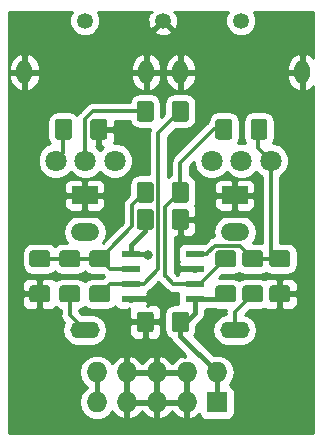
<source format=gbr>
G04 #@! TF.GenerationSoftware,KiCad,Pcbnew,(5.0.1)-4*
G04 #@! TF.CreationDate,2019-03-05T01:38:51-06:00*
G04 #@! TF.ProjectId,util_LFO,7574696C5F4C464F2E6B696361645F70,rev?*
G04 #@! TF.SameCoordinates,Original*
G04 #@! TF.FileFunction,Copper,L2,Bot,Signal*
G04 #@! TF.FilePolarity,Positive*
%FSLAX46Y46*%
G04 Gerber Fmt 4.6, Leading zero omitted, Abs format (unit mm)*
G04 Created by KiCad (PCBNEW (5.0.1)-4) date 3/5/2019 1:38:51*
%MOMM*%
%LPD*%
G01*
G04 APERTURE LIST*
G04 #@! TA.AperFunction,ComponentPad*
%ADD10C,1.350000*%
G04 #@! TD*
G04 #@! TA.AperFunction,ComponentPad*
%ADD11O,1.300000X2.000000*%
G04 #@! TD*
G04 #@! TA.AperFunction,ComponentPad*
%ADD12C,1.800000*%
G04 #@! TD*
G04 #@! TA.AperFunction,Conductor*
%ADD13C,0.100000*%
G04 #@! TD*
G04 #@! TA.AperFunction,SMDPad,CuDef*
%ADD14C,1.425000*%
G04 #@! TD*
G04 #@! TA.AperFunction,ComponentPad*
%ADD15O,2.400000X1.500000*%
G04 #@! TD*
G04 #@! TA.AperFunction,ComponentPad*
%ADD16R,2.200000X1.500000*%
G04 #@! TD*
G04 #@! TA.AperFunction,ComponentPad*
%ADD17O,2.500000X1.400000*%
G04 #@! TD*
G04 #@! TA.AperFunction,ComponentPad*
%ADD18R,1.727200X1.727200*%
G04 #@! TD*
G04 #@! TA.AperFunction,ComponentPad*
%ADD19O,1.727200X1.727200*%
G04 #@! TD*
G04 #@! TA.AperFunction,SMDPad,CuDef*
%ADD20R,1.550000X0.600000*%
G04 #@! TD*
G04 #@! TA.AperFunction,ViaPad*
%ADD21C,0.800000*%
G04 #@! TD*
G04 #@! TA.AperFunction,Conductor*
%ADD22C,0.300000*%
G04 #@! TD*
G04 #@! TA.AperFunction,Conductor*
%ADD23C,0.450000*%
G04 #@! TD*
G04 #@! TA.AperFunction,Conductor*
%ADD24C,0.254000*%
G04 #@! TD*
G04 APERTURE END LIST*
D10*
G04 #@! TO.P,J6,1*
G04 #@! TO.N,-12V*
X102108000Y-59880500D03*
G04 #@! TD*
D11*
G04 #@! TO.P,RV11,*
G04 #@! TO.N,GND*
X83790000Y-64255000D03*
D12*
G04 #@! TO.P,RV11,1*
G04 #@! TO.N,Net-(RV10-Pad2)*
X91440000Y-71755000D03*
G04 #@! TO.P,RV11,2*
G04 #@! TO.N,Net-(R4-Pad2)*
X88940000Y-71755000D03*
G04 #@! TO.P,RV11,3*
G04 #@! TO.N,Net-(R3-Pad2)*
X86440000Y-71755000D03*
D11*
G04 #@! TO.P,RV11,*
G04 #@! TO.N,GND*
X94090000Y-64255000D03*
G04 #@! TD*
D13*
G04 #@! TO.N,Net-(C1-Pad1)*
G04 #@! TO.C,C1*
G36*
X90819504Y-82310204D02*
X90843773Y-82313804D01*
X90867571Y-82319765D01*
X90890671Y-82328030D01*
X90912849Y-82338520D01*
X90933893Y-82351133D01*
X90953598Y-82365747D01*
X90971777Y-82382223D01*
X90988253Y-82400402D01*
X91002867Y-82420107D01*
X91015480Y-82441151D01*
X91025970Y-82463329D01*
X91034235Y-82486429D01*
X91040196Y-82510227D01*
X91043796Y-82534496D01*
X91045000Y-82559000D01*
X91045000Y-83484000D01*
X91043796Y-83508504D01*
X91040196Y-83532773D01*
X91034235Y-83556571D01*
X91025970Y-83579671D01*
X91015480Y-83601849D01*
X91002867Y-83622893D01*
X90988253Y-83642598D01*
X90971777Y-83660777D01*
X90953598Y-83677253D01*
X90933893Y-83691867D01*
X90912849Y-83704480D01*
X90890671Y-83714970D01*
X90867571Y-83723235D01*
X90843773Y-83729196D01*
X90819504Y-83732796D01*
X90795000Y-83734000D01*
X89545000Y-83734000D01*
X89520496Y-83732796D01*
X89496227Y-83729196D01*
X89472429Y-83723235D01*
X89449329Y-83714970D01*
X89427151Y-83704480D01*
X89406107Y-83691867D01*
X89386402Y-83677253D01*
X89368223Y-83660777D01*
X89351747Y-83642598D01*
X89337133Y-83622893D01*
X89324520Y-83601849D01*
X89314030Y-83579671D01*
X89305765Y-83556571D01*
X89299804Y-83532773D01*
X89296204Y-83508504D01*
X89295000Y-83484000D01*
X89295000Y-82559000D01*
X89296204Y-82534496D01*
X89299804Y-82510227D01*
X89305765Y-82486429D01*
X89314030Y-82463329D01*
X89324520Y-82441151D01*
X89337133Y-82420107D01*
X89351747Y-82400402D01*
X89368223Y-82382223D01*
X89386402Y-82365747D01*
X89406107Y-82351133D01*
X89427151Y-82338520D01*
X89449329Y-82328030D01*
X89472429Y-82319765D01*
X89496227Y-82313804D01*
X89520496Y-82310204D01*
X89545000Y-82309000D01*
X90795000Y-82309000D01*
X90819504Y-82310204D01*
X90819504Y-82310204D01*
G37*
D14*
G04 #@! TD*
G04 #@! TO.P,C1,1*
G04 #@! TO.N,Net-(C1-Pad1)*
X90170000Y-83021500D03*
D13*
G04 #@! TO.N,Net-(C1-Pad2)*
G04 #@! TO.C,C1*
G36*
X90819504Y-79335204D02*
X90843773Y-79338804D01*
X90867571Y-79344765D01*
X90890671Y-79353030D01*
X90912849Y-79363520D01*
X90933893Y-79376133D01*
X90953598Y-79390747D01*
X90971777Y-79407223D01*
X90988253Y-79425402D01*
X91002867Y-79445107D01*
X91015480Y-79466151D01*
X91025970Y-79488329D01*
X91034235Y-79511429D01*
X91040196Y-79535227D01*
X91043796Y-79559496D01*
X91045000Y-79584000D01*
X91045000Y-80509000D01*
X91043796Y-80533504D01*
X91040196Y-80557773D01*
X91034235Y-80581571D01*
X91025970Y-80604671D01*
X91015480Y-80626849D01*
X91002867Y-80647893D01*
X90988253Y-80667598D01*
X90971777Y-80685777D01*
X90953598Y-80702253D01*
X90933893Y-80716867D01*
X90912849Y-80729480D01*
X90890671Y-80739970D01*
X90867571Y-80748235D01*
X90843773Y-80754196D01*
X90819504Y-80757796D01*
X90795000Y-80759000D01*
X89545000Y-80759000D01*
X89520496Y-80757796D01*
X89496227Y-80754196D01*
X89472429Y-80748235D01*
X89449329Y-80739970D01*
X89427151Y-80729480D01*
X89406107Y-80716867D01*
X89386402Y-80702253D01*
X89368223Y-80685777D01*
X89351747Y-80667598D01*
X89337133Y-80647893D01*
X89324520Y-80626849D01*
X89314030Y-80604671D01*
X89305765Y-80581571D01*
X89299804Y-80557773D01*
X89296204Y-80533504D01*
X89295000Y-80509000D01*
X89295000Y-79584000D01*
X89296204Y-79559496D01*
X89299804Y-79535227D01*
X89305765Y-79511429D01*
X89314030Y-79488329D01*
X89324520Y-79466151D01*
X89337133Y-79445107D01*
X89351747Y-79425402D01*
X89368223Y-79407223D01*
X89386402Y-79390747D01*
X89406107Y-79376133D01*
X89427151Y-79363520D01*
X89449329Y-79353030D01*
X89472429Y-79344765D01*
X89496227Y-79338804D01*
X89520496Y-79335204D01*
X89545000Y-79334000D01*
X90795000Y-79334000D01*
X90819504Y-79335204D01*
X90819504Y-79335204D01*
G37*
D14*
G04 #@! TD*
G04 #@! TO.P,C1,2*
G04 #@! TO.N,Net-(C1-Pad2)*
X90170000Y-80046500D03*
D13*
G04 #@! TO.N,GND*
G04 #@! TO.C,C2*
G36*
X97478504Y-75834204D02*
X97502773Y-75837804D01*
X97526571Y-75843765D01*
X97549671Y-75852030D01*
X97571849Y-75862520D01*
X97592893Y-75875133D01*
X97612598Y-75889747D01*
X97630777Y-75906223D01*
X97647253Y-75924402D01*
X97661867Y-75944107D01*
X97674480Y-75965151D01*
X97684970Y-75987329D01*
X97693235Y-76010429D01*
X97699196Y-76034227D01*
X97702796Y-76058496D01*
X97704000Y-76083000D01*
X97704000Y-77333000D01*
X97702796Y-77357504D01*
X97699196Y-77381773D01*
X97693235Y-77405571D01*
X97684970Y-77428671D01*
X97674480Y-77450849D01*
X97661867Y-77471893D01*
X97647253Y-77491598D01*
X97630777Y-77509777D01*
X97612598Y-77526253D01*
X97592893Y-77540867D01*
X97571849Y-77553480D01*
X97549671Y-77563970D01*
X97526571Y-77572235D01*
X97502773Y-77578196D01*
X97478504Y-77581796D01*
X97454000Y-77583000D01*
X96529000Y-77583000D01*
X96504496Y-77581796D01*
X96480227Y-77578196D01*
X96456429Y-77572235D01*
X96433329Y-77563970D01*
X96411151Y-77553480D01*
X96390107Y-77540867D01*
X96370402Y-77526253D01*
X96352223Y-77509777D01*
X96335747Y-77491598D01*
X96321133Y-77471893D01*
X96308520Y-77450849D01*
X96298030Y-77428671D01*
X96289765Y-77405571D01*
X96283804Y-77381773D01*
X96280204Y-77357504D01*
X96279000Y-77333000D01*
X96279000Y-76083000D01*
X96280204Y-76058496D01*
X96283804Y-76034227D01*
X96289765Y-76010429D01*
X96298030Y-75987329D01*
X96308520Y-75965151D01*
X96321133Y-75944107D01*
X96335747Y-75924402D01*
X96352223Y-75906223D01*
X96370402Y-75889747D01*
X96390107Y-75875133D01*
X96411151Y-75862520D01*
X96433329Y-75852030D01*
X96456429Y-75843765D01*
X96480227Y-75837804D01*
X96504496Y-75834204D01*
X96529000Y-75833000D01*
X97454000Y-75833000D01*
X97478504Y-75834204D01*
X97478504Y-75834204D01*
G37*
D14*
G04 #@! TD*
G04 #@! TO.P,C2,2*
G04 #@! TO.N,GND*
X96991500Y-76708000D03*
D13*
G04 #@! TO.N,+12v*
G04 #@! TO.C,C2*
G36*
X94503504Y-75834204D02*
X94527773Y-75837804D01*
X94551571Y-75843765D01*
X94574671Y-75852030D01*
X94596849Y-75862520D01*
X94617893Y-75875133D01*
X94637598Y-75889747D01*
X94655777Y-75906223D01*
X94672253Y-75924402D01*
X94686867Y-75944107D01*
X94699480Y-75965151D01*
X94709970Y-75987329D01*
X94718235Y-76010429D01*
X94724196Y-76034227D01*
X94727796Y-76058496D01*
X94729000Y-76083000D01*
X94729000Y-77333000D01*
X94727796Y-77357504D01*
X94724196Y-77381773D01*
X94718235Y-77405571D01*
X94709970Y-77428671D01*
X94699480Y-77450849D01*
X94686867Y-77471893D01*
X94672253Y-77491598D01*
X94655777Y-77509777D01*
X94637598Y-77526253D01*
X94617893Y-77540867D01*
X94596849Y-77553480D01*
X94574671Y-77563970D01*
X94551571Y-77572235D01*
X94527773Y-77578196D01*
X94503504Y-77581796D01*
X94479000Y-77583000D01*
X93554000Y-77583000D01*
X93529496Y-77581796D01*
X93505227Y-77578196D01*
X93481429Y-77572235D01*
X93458329Y-77563970D01*
X93436151Y-77553480D01*
X93415107Y-77540867D01*
X93395402Y-77526253D01*
X93377223Y-77509777D01*
X93360747Y-77491598D01*
X93346133Y-77471893D01*
X93333520Y-77450849D01*
X93323030Y-77428671D01*
X93314765Y-77405571D01*
X93308804Y-77381773D01*
X93305204Y-77357504D01*
X93304000Y-77333000D01*
X93304000Y-76083000D01*
X93305204Y-76058496D01*
X93308804Y-76034227D01*
X93314765Y-76010429D01*
X93323030Y-75987329D01*
X93333520Y-75965151D01*
X93346133Y-75944107D01*
X93360747Y-75924402D01*
X93377223Y-75906223D01*
X93395402Y-75889747D01*
X93415107Y-75875133D01*
X93436151Y-75862520D01*
X93458329Y-75852030D01*
X93481429Y-75843765D01*
X93505227Y-75837804D01*
X93529496Y-75834204D01*
X93554000Y-75833000D01*
X94479000Y-75833000D01*
X94503504Y-75834204D01*
X94503504Y-75834204D01*
G37*
D14*
G04 #@! TD*
G04 #@! TO.P,C2,1*
G04 #@! TO.N,+12v*
X94016500Y-76708000D03*
D13*
G04 #@! TO.N,GND*
G04 #@! TO.C,C3*
G36*
X94503504Y-84521004D02*
X94527773Y-84524604D01*
X94551571Y-84530565D01*
X94574671Y-84538830D01*
X94596849Y-84549320D01*
X94617893Y-84561933D01*
X94637598Y-84576547D01*
X94655777Y-84593023D01*
X94672253Y-84611202D01*
X94686867Y-84630907D01*
X94699480Y-84651951D01*
X94709970Y-84674129D01*
X94718235Y-84697229D01*
X94724196Y-84721027D01*
X94727796Y-84745296D01*
X94729000Y-84769800D01*
X94729000Y-86019800D01*
X94727796Y-86044304D01*
X94724196Y-86068573D01*
X94718235Y-86092371D01*
X94709970Y-86115471D01*
X94699480Y-86137649D01*
X94686867Y-86158693D01*
X94672253Y-86178398D01*
X94655777Y-86196577D01*
X94637598Y-86213053D01*
X94617893Y-86227667D01*
X94596849Y-86240280D01*
X94574671Y-86250770D01*
X94551571Y-86259035D01*
X94527773Y-86264996D01*
X94503504Y-86268596D01*
X94479000Y-86269800D01*
X93554000Y-86269800D01*
X93529496Y-86268596D01*
X93505227Y-86264996D01*
X93481429Y-86259035D01*
X93458329Y-86250770D01*
X93436151Y-86240280D01*
X93415107Y-86227667D01*
X93395402Y-86213053D01*
X93377223Y-86196577D01*
X93360747Y-86178398D01*
X93346133Y-86158693D01*
X93333520Y-86137649D01*
X93323030Y-86115471D01*
X93314765Y-86092371D01*
X93308804Y-86068573D01*
X93305204Y-86044304D01*
X93304000Y-86019800D01*
X93304000Y-84769800D01*
X93305204Y-84745296D01*
X93308804Y-84721027D01*
X93314765Y-84697229D01*
X93323030Y-84674129D01*
X93333520Y-84651951D01*
X93346133Y-84630907D01*
X93360747Y-84611202D01*
X93377223Y-84593023D01*
X93395402Y-84576547D01*
X93415107Y-84561933D01*
X93436151Y-84549320D01*
X93458329Y-84538830D01*
X93481429Y-84530565D01*
X93505227Y-84524604D01*
X93529496Y-84521004D01*
X93554000Y-84519800D01*
X94479000Y-84519800D01*
X94503504Y-84521004D01*
X94503504Y-84521004D01*
G37*
D14*
G04 #@! TD*
G04 #@! TO.P,C3,1*
G04 #@! TO.N,GND*
X94016500Y-85394800D03*
D13*
G04 #@! TO.N,-12V*
G04 #@! TO.C,C3*
G36*
X97478504Y-84521004D02*
X97502773Y-84524604D01*
X97526571Y-84530565D01*
X97549671Y-84538830D01*
X97571849Y-84549320D01*
X97592893Y-84561933D01*
X97612598Y-84576547D01*
X97630777Y-84593023D01*
X97647253Y-84611202D01*
X97661867Y-84630907D01*
X97674480Y-84651951D01*
X97684970Y-84674129D01*
X97693235Y-84697229D01*
X97699196Y-84721027D01*
X97702796Y-84745296D01*
X97704000Y-84769800D01*
X97704000Y-86019800D01*
X97702796Y-86044304D01*
X97699196Y-86068573D01*
X97693235Y-86092371D01*
X97684970Y-86115471D01*
X97674480Y-86137649D01*
X97661867Y-86158693D01*
X97647253Y-86178398D01*
X97630777Y-86196577D01*
X97612598Y-86213053D01*
X97592893Y-86227667D01*
X97571849Y-86240280D01*
X97549671Y-86250770D01*
X97526571Y-86259035D01*
X97502773Y-86264996D01*
X97478504Y-86268596D01*
X97454000Y-86269800D01*
X96529000Y-86269800D01*
X96504496Y-86268596D01*
X96480227Y-86264996D01*
X96456429Y-86259035D01*
X96433329Y-86250770D01*
X96411151Y-86240280D01*
X96390107Y-86227667D01*
X96370402Y-86213053D01*
X96352223Y-86196577D01*
X96335747Y-86178398D01*
X96321133Y-86158693D01*
X96308520Y-86137649D01*
X96298030Y-86115471D01*
X96289765Y-86092371D01*
X96283804Y-86068573D01*
X96280204Y-86044304D01*
X96279000Y-86019800D01*
X96279000Y-84769800D01*
X96280204Y-84745296D01*
X96283804Y-84721027D01*
X96289765Y-84697229D01*
X96298030Y-84674129D01*
X96308520Y-84651951D01*
X96321133Y-84630907D01*
X96335747Y-84611202D01*
X96352223Y-84593023D01*
X96370402Y-84576547D01*
X96390107Y-84561933D01*
X96411151Y-84549320D01*
X96433329Y-84538830D01*
X96456429Y-84530565D01*
X96480227Y-84524604D01*
X96504496Y-84521004D01*
X96529000Y-84519800D01*
X97454000Y-84519800D01*
X97478504Y-84521004D01*
X97478504Y-84521004D01*
G37*
D14*
G04 #@! TD*
G04 #@! TO.P,C3,2*
G04 #@! TO.N,-12V*
X96991500Y-85394800D03*
D15*
G04 #@! TO.P,J1,TN*
G04 #@! TO.N,Net-(J1-PadTN)*
X101600000Y-77776000D03*
D16*
G04 #@! TO.P,J1,S*
G04 #@! TO.N,GND*
X101600000Y-74676000D03*
D17*
G04 #@! TO.P,J1,T*
G04 #@! TO.N,Net-(J1-PadT)*
X101600000Y-86076000D03*
G04 #@! TD*
G04 #@! TO.P,J2,T*
G04 #@! TO.N,Net-(J2-PadT)*
X88900000Y-86076000D03*
D16*
G04 #@! TO.P,J2,S*
G04 #@! TO.N,GND*
X88900000Y-74676000D03*
D15*
G04 #@! TO.P,J2,TN*
G04 #@! TO.N,Net-(J2-PadTN)*
X88900000Y-77776000D03*
G04 #@! TD*
D18*
G04 #@! TO.P,J3,1*
G04 #@! TO.N,-12V*
X100076000Y-92202000D03*
D19*
G04 #@! TO.P,J3,2*
X100076000Y-89662000D03*
G04 #@! TO.P,J3,3*
G04 #@! TO.N,GND*
X97536000Y-92202000D03*
G04 #@! TO.P,J3,4*
X97536000Y-89662000D03*
G04 #@! TO.P,J3,5*
X94996000Y-92202000D03*
G04 #@! TO.P,J3,6*
X94996000Y-89662000D03*
G04 #@! TO.P,J3,7*
X92456000Y-92202000D03*
G04 #@! TO.P,J3,8*
X92456000Y-89662000D03*
G04 #@! TO.P,J3,9*
G04 #@! TO.N,+12v*
X89916000Y-92202000D03*
G04 #@! TO.P,J3,10*
X89916000Y-89662000D03*
G04 #@! TD*
D10*
G04 #@! TO.P,J4,1*
G04 #@! TO.N,+12v*
X88900000Y-59880500D03*
G04 #@! TD*
G04 #@! TO.P,J5,1*
G04 #@! TO.N,GND*
X95504000Y-59880500D03*
G04 #@! TD*
D13*
G04 #@! TO.N,Net-(R1-Pad2)*
G04 #@! TO.C,R2*
G36*
X101487504Y-79335204D02*
X101511773Y-79338804D01*
X101535571Y-79344765D01*
X101558671Y-79353030D01*
X101580849Y-79363520D01*
X101601893Y-79376133D01*
X101621598Y-79390747D01*
X101639777Y-79407223D01*
X101656253Y-79425402D01*
X101670867Y-79445107D01*
X101683480Y-79466151D01*
X101693970Y-79488329D01*
X101702235Y-79511429D01*
X101708196Y-79535227D01*
X101711796Y-79559496D01*
X101713000Y-79584000D01*
X101713000Y-80509000D01*
X101711796Y-80533504D01*
X101708196Y-80557773D01*
X101702235Y-80581571D01*
X101693970Y-80604671D01*
X101683480Y-80626849D01*
X101670867Y-80647893D01*
X101656253Y-80667598D01*
X101639777Y-80685777D01*
X101621598Y-80702253D01*
X101601893Y-80716867D01*
X101580849Y-80729480D01*
X101558671Y-80739970D01*
X101535571Y-80748235D01*
X101511773Y-80754196D01*
X101487504Y-80757796D01*
X101463000Y-80759000D01*
X100213000Y-80759000D01*
X100188496Y-80757796D01*
X100164227Y-80754196D01*
X100140429Y-80748235D01*
X100117329Y-80739970D01*
X100095151Y-80729480D01*
X100074107Y-80716867D01*
X100054402Y-80702253D01*
X100036223Y-80685777D01*
X100019747Y-80667598D01*
X100005133Y-80647893D01*
X99992520Y-80626849D01*
X99982030Y-80604671D01*
X99973765Y-80581571D01*
X99967804Y-80557773D01*
X99964204Y-80533504D01*
X99963000Y-80509000D01*
X99963000Y-79584000D01*
X99964204Y-79559496D01*
X99967804Y-79535227D01*
X99973765Y-79511429D01*
X99982030Y-79488329D01*
X99992520Y-79466151D01*
X100005133Y-79445107D01*
X100019747Y-79425402D01*
X100036223Y-79407223D01*
X100054402Y-79390747D01*
X100074107Y-79376133D01*
X100095151Y-79363520D01*
X100117329Y-79353030D01*
X100140429Y-79344765D01*
X100164227Y-79338804D01*
X100188496Y-79335204D01*
X100213000Y-79334000D01*
X101463000Y-79334000D01*
X101487504Y-79335204D01*
X101487504Y-79335204D01*
G37*
D14*
G04 #@! TD*
G04 #@! TO.P,R2,1*
G04 #@! TO.N,Net-(R1-Pad2)*
X100838000Y-80046500D03*
D13*
G04 #@! TO.N,-12V*
G04 #@! TO.C,R2*
G36*
X101487504Y-82310204D02*
X101511773Y-82313804D01*
X101535571Y-82319765D01*
X101558671Y-82328030D01*
X101580849Y-82338520D01*
X101601893Y-82351133D01*
X101621598Y-82365747D01*
X101639777Y-82382223D01*
X101656253Y-82400402D01*
X101670867Y-82420107D01*
X101683480Y-82441151D01*
X101693970Y-82463329D01*
X101702235Y-82486429D01*
X101708196Y-82510227D01*
X101711796Y-82534496D01*
X101713000Y-82559000D01*
X101713000Y-83484000D01*
X101711796Y-83508504D01*
X101708196Y-83532773D01*
X101702235Y-83556571D01*
X101693970Y-83579671D01*
X101683480Y-83601849D01*
X101670867Y-83622893D01*
X101656253Y-83642598D01*
X101639777Y-83660777D01*
X101621598Y-83677253D01*
X101601893Y-83691867D01*
X101580849Y-83704480D01*
X101558671Y-83714970D01*
X101535571Y-83723235D01*
X101511773Y-83729196D01*
X101487504Y-83732796D01*
X101463000Y-83734000D01*
X100213000Y-83734000D01*
X100188496Y-83732796D01*
X100164227Y-83729196D01*
X100140429Y-83723235D01*
X100117329Y-83714970D01*
X100095151Y-83704480D01*
X100074107Y-83691867D01*
X100054402Y-83677253D01*
X100036223Y-83660777D01*
X100019747Y-83642598D01*
X100005133Y-83622893D01*
X99992520Y-83601849D01*
X99982030Y-83579671D01*
X99973765Y-83556571D01*
X99967804Y-83532773D01*
X99964204Y-83508504D01*
X99963000Y-83484000D01*
X99963000Y-82559000D01*
X99964204Y-82534496D01*
X99967804Y-82510227D01*
X99973765Y-82486429D01*
X99982030Y-82463329D01*
X99992520Y-82441151D01*
X100005133Y-82420107D01*
X100019747Y-82400402D01*
X100036223Y-82382223D01*
X100054402Y-82365747D01*
X100074107Y-82351133D01*
X100095151Y-82338520D01*
X100117329Y-82328030D01*
X100140429Y-82319765D01*
X100164227Y-82313804D01*
X100188496Y-82310204D01*
X100213000Y-82309000D01*
X101463000Y-82309000D01*
X101487504Y-82310204D01*
X101487504Y-82310204D01*
G37*
D14*
G04 #@! TD*
G04 #@! TO.P,R2,2*
G04 #@! TO.N,-12V*
X100838000Y-83021500D03*
D13*
G04 #@! TO.N,Net-(R3-Pad2)*
G04 #@! TO.C,R3*
G36*
X87582004Y-68214204D02*
X87606273Y-68217804D01*
X87630071Y-68223765D01*
X87653171Y-68232030D01*
X87675349Y-68242520D01*
X87696393Y-68255133D01*
X87716098Y-68269747D01*
X87734277Y-68286223D01*
X87750753Y-68304402D01*
X87765367Y-68324107D01*
X87777980Y-68345151D01*
X87788470Y-68367329D01*
X87796735Y-68390429D01*
X87802696Y-68414227D01*
X87806296Y-68438496D01*
X87807500Y-68463000D01*
X87807500Y-69713000D01*
X87806296Y-69737504D01*
X87802696Y-69761773D01*
X87796735Y-69785571D01*
X87788470Y-69808671D01*
X87777980Y-69830849D01*
X87765367Y-69851893D01*
X87750753Y-69871598D01*
X87734277Y-69889777D01*
X87716098Y-69906253D01*
X87696393Y-69920867D01*
X87675349Y-69933480D01*
X87653171Y-69943970D01*
X87630071Y-69952235D01*
X87606273Y-69958196D01*
X87582004Y-69961796D01*
X87557500Y-69963000D01*
X86632500Y-69963000D01*
X86607996Y-69961796D01*
X86583727Y-69958196D01*
X86559929Y-69952235D01*
X86536829Y-69943970D01*
X86514651Y-69933480D01*
X86493607Y-69920867D01*
X86473902Y-69906253D01*
X86455723Y-69889777D01*
X86439247Y-69871598D01*
X86424633Y-69851893D01*
X86412020Y-69830849D01*
X86401530Y-69808671D01*
X86393265Y-69785571D01*
X86387304Y-69761773D01*
X86383704Y-69737504D01*
X86382500Y-69713000D01*
X86382500Y-68463000D01*
X86383704Y-68438496D01*
X86387304Y-68414227D01*
X86393265Y-68390429D01*
X86401530Y-68367329D01*
X86412020Y-68345151D01*
X86424633Y-68324107D01*
X86439247Y-68304402D01*
X86455723Y-68286223D01*
X86473902Y-68269747D01*
X86493607Y-68255133D01*
X86514651Y-68242520D01*
X86536829Y-68232030D01*
X86559929Y-68223765D01*
X86583727Y-68217804D01*
X86607996Y-68214204D01*
X86632500Y-68213000D01*
X87557500Y-68213000D01*
X87582004Y-68214204D01*
X87582004Y-68214204D01*
G37*
D14*
G04 #@! TD*
G04 #@! TO.P,R3,2*
G04 #@! TO.N,Net-(R3-Pad2)*
X87095000Y-69088000D03*
D13*
G04 #@! TO.N,GND*
G04 #@! TO.C,R3*
G36*
X90557004Y-68214204D02*
X90581273Y-68217804D01*
X90605071Y-68223765D01*
X90628171Y-68232030D01*
X90650349Y-68242520D01*
X90671393Y-68255133D01*
X90691098Y-68269747D01*
X90709277Y-68286223D01*
X90725753Y-68304402D01*
X90740367Y-68324107D01*
X90752980Y-68345151D01*
X90763470Y-68367329D01*
X90771735Y-68390429D01*
X90777696Y-68414227D01*
X90781296Y-68438496D01*
X90782500Y-68463000D01*
X90782500Y-69713000D01*
X90781296Y-69737504D01*
X90777696Y-69761773D01*
X90771735Y-69785571D01*
X90763470Y-69808671D01*
X90752980Y-69830849D01*
X90740367Y-69851893D01*
X90725753Y-69871598D01*
X90709277Y-69889777D01*
X90691098Y-69906253D01*
X90671393Y-69920867D01*
X90650349Y-69933480D01*
X90628171Y-69943970D01*
X90605071Y-69952235D01*
X90581273Y-69958196D01*
X90557004Y-69961796D01*
X90532500Y-69963000D01*
X89607500Y-69963000D01*
X89582996Y-69961796D01*
X89558727Y-69958196D01*
X89534929Y-69952235D01*
X89511829Y-69943970D01*
X89489651Y-69933480D01*
X89468607Y-69920867D01*
X89448902Y-69906253D01*
X89430723Y-69889777D01*
X89414247Y-69871598D01*
X89399633Y-69851893D01*
X89387020Y-69830849D01*
X89376530Y-69808671D01*
X89368265Y-69785571D01*
X89362304Y-69761773D01*
X89358704Y-69737504D01*
X89357500Y-69713000D01*
X89357500Y-68463000D01*
X89358704Y-68438496D01*
X89362304Y-68414227D01*
X89368265Y-68390429D01*
X89376530Y-68367329D01*
X89387020Y-68345151D01*
X89399633Y-68324107D01*
X89414247Y-68304402D01*
X89430723Y-68286223D01*
X89448902Y-68269747D01*
X89468607Y-68255133D01*
X89489651Y-68242520D01*
X89511829Y-68232030D01*
X89534929Y-68223765D01*
X89558727Y-68217804D01*
X89582996Y-68214204D01*
X89607500Y-68213000D01*
X90532500Y-68213000D01*
X90557004Y-68214204D01*
X90557004Y-68214204D01*
G37*
D14*
G04 #@! TD*
G04 #@! TO.P,R3,1*
G04 #@! TO.N,GND*
X90070000Y-69088000D03*
D13*
G04 #@! TO.N,Net-(C1-Pad2)*
G04 #@! TO.C,R5*
G36*
X94503504Y-73548204D02*
X94527773Y-73551804D01*
X94551571Y-73557765D01*
X94574671Y-73566030D01*
X94596849Y-73576520D01*
X94617893Y-73589133D01*
X94637598Y-73603747D01*
X94655777Y-73620223D01*
X94672253Y-73638402D01*
X94686867Y-73658107D01*
X94699480Y-73679151D01*
X94709970Y-73701329D01*
X94718235Y-73724429D01*
X94724196Y-73748227D01*
X94727796Y-73772496D01*
X94729000Y-73797000D01*
X94729000Y-75047000D01*
X94727796Y-75071504D01*
X94724196Y-75095773D01*
X94718235Y-75119571D01*
X94709970Y-75142671D01*
X94699480Y-75164849D01*
X94686867Y-75185893D01*
X94672253Y-75205598D01*
X94655777Y-75223777D01*
X94637598Y-75240253D01*
X94617893Y-75254867D01*
X94596849Y-75267480D01*
X94574671Y-75277970D01*
X94551571Y-75286235D01*
X94527773Y-75292196D01*
X94503504Y-75295796D01*
X94479000Y-75297000D01*
X93554000Y-75297000D01*
X93529496Y-75295796D01*
X93505227Y-75292196D01*
X93481429Y-75286235D01*
X93458329Y-75277970D01*
X93436151Y-75267480D01*
X93415107Y-75254867D01*
X93395402Y-75240253D01*
X93377223Y-75223777D01*
X93360747Y-75205598D01*
X93346133Y-75185893D01*
X93333520Y-75164849D01*
X93323030Y-75142671D01*
X93314765Y-75119571D01*
X93308804Y-75095773D01*
X93305204Y-75071504D01*
X93304000Y-75047000D01*
X93304000Y-73797000D01*
X93305204Y-73772496D01*
X93308804Y-73748227D01*
X93314765Y-73724429D01*
X93323030Y-73701329D01*
X93333520Y-73679151D01*
X93346133Y-73658107D01*
X93360747Y-73638402D01*
X93377223Y-73620223D01*
X93395402Y-73603747D01*
X93415107Y-73589133D01*
X93436151Y-73576520D01*
X93458329Y-73566030D01*
X93481429Y-73557765D01*
X93505227Y-73551804D01*
X93529496Y-73548204D01*
X93554000Y-73547000D01*
X94479000Y-73547000D01*
X94503504Y-73548204D01*
X94503504Y-73548204D01*
G37*
D14*
G04 #@! TD*
G04 #@! TO.P,R5,1*
G04 #@! TO.N,Net-(C1-Pad2)*
X94016500Y-74422000D03*
D13*
G04 #@! TO.N,Net-(R1-Pad2)*
G04 #@! TO.C,R5*
G36*
X97478504Y-73548204D02*
X97502773Y-73551804D01*
X97526571Y-73557765D01*
X97549671Y-73566030D01*
X97571849Y-73576520D01*
X97592893Y-73589133D01*
X97612598Y-73603747D01*
X97630777Y-73620223D01*
X97647253Y-73638402D01*
X97661867Y-73658107D01*
X97674480Y-73679151D01*
X97684970Y-73701329D01*
X97693235Y-73724429D01*
X97699196Y-73748227D01*
X97702796Y-73772496D01*
X97704000Y-73797000D01*
X97704000Y-75047000D01*
X97702796Y-75071504D01*
X97699196Y-75095773D01*
X97693235Y-75119571D01*
X97684970Y-75142671D01*
X97674480Y-75164849D01*
X97661867Y-75185893D01*
X97647253Y-75205598D01*
X97630777Y-75223777D01*
X97612598Y-75240253D01*
X97592893Y-75254867D01*
X97571849Y-75267480D01*
X97549671Y-75277970D01*
X97526571Y-75286235D01*
X97502773Y-75292196D01*
X97478504Y-75295796D01*
X97454000Y-75297000D01*
X96529000Y-75297000D01*
X96504496Y-75295796D01*
X96480227Y-75292196D01*
X96456429Y-75286235D01*
X96433329Y-75277970D01*
X96411151Y-75267480D01*
X96390107Y-75254867D01*
X96370402Y-75240253D01*
X96352223Y-75223777D01*
X96335747Y-75205598D01*
X96321133Y-75185893D01*
X96308520Y-75164849D01*
X96298030Y-75142671D01*
X96289765Y-75119571D01*
X96283804Y-75095773D01*
X96280204Y-75071504D01*
X96279000Y-75047000D01*
X96279000Y-73797000D01*
X96280204Y-73772496D01*
X96283804Y-73748227D01*
X96289765Y-73724429D01*
X96298030Y-73701329D01*
X96308520Y-73679151D01*
X96321133Y-73658107D01*
X96335747Y-73638402D01*
X96352223Y-73620223D01*
X96370402Y-73603747D01*
X96390107Y-73589133D01*
X96411151Y-73576520D01*
X96433329Y-73566030D01*
X96456429Y-73557765D01*
X96480227Y-73551804D01*
X96504496Y-73548204D01*
X96529000Y-73547000D01*
X97454000Y-73547000D01*
X97478504Y-73548204D01*
X97478504Y-73548204D01*
G37*
D14*
G04 #@! TD*
G04 #@! TO.P,R5,2*
G04 #@! TO.N,Net-(R1-Pad2)*
X96991500Y-74422000D03*
D13*
G04 #@! TO.N,Net-(J1-PadT)*
G04 #@! TO.C,R6*
G36*
X103773504Y-82310204D02*
X103797773Y-82313804D01*
X103821571Y-82319765D01*
X103844671Y-82328030D01*
X103866849Y-82338520D01*
X103887893Y-82351133D01*
X103907598Y-82365747D01*
X103925777Y-82382223D01*
X103942253Y-82400402D01*
X103956867Y-82420107D01*
X103969480Y-82441151D01*
X103979970Y-82463329D01*
X103988235Y-82486429D01*
X103994196Y-82510227D01*
X103997796Y-82534496D01*
X103999000Y-82559000D01*
X103999000Y-83484000D01*
X103997796Y-83508504D01*
X103994196Y-83532773D01*
X103988235Y-83556571D01*
X103979970Y-83579671D01*
X103969480Y-83601849D01*
X103956867Y-83622893D01*
X103942253Y-83642598D01*
X103925777Y-83660777D01*
X103907598Y-83677253D01*
X103887893Y-83691867D01*
X103866849Y-83704480D01*
X103844671Y-83714970D01*
X103821571Y-83723235D01*
X103797773Y-83729196D01*
X103773504Y-83732796D01*
X103749000Y-83734000D01*
X102499000Y-83734000D01*
X102474496Y-83732796D01*
X102450227Y-83729196D01*
X102426429Y-83723235D01*
X102403329Y-83714970D01*
X102381151Y-83704480D01*
X102360107Y-83691867D01*
X102340402Y-83677253D01*
X102322223Y-83660777D01*
X102305747Y-83642598D01*
X102291133Y-83622893D01*
X102278520Y-83601849D01*
X102268030Y-83579671D01*
X102259765Y-83556571D01*
X102253804Y-83532773D01*
X102250204Y-83508504D01*
X102249000Y-83484000D01*
X102249000Y-82559000D01*
X102250204Y-82534496D01*
X102253804Y-82510227D01*
X102259765Y-82486429D01*
X102268030Y-82463329D01*
X102278520Y-82441151D01*
X102291133Y-82420107D01*
X102305747Y-82400402D01*
X102322223Y-82382223D01*
X102340402Y-82365747D01*
X102360107Y-82351133D01*
X102381151Y-82338520D01*
X102403329Y-82328030D01*
X102426429Y-82319765D01*
X102450227Y-82313804D01*
X102474496Y-82310204D01*
X102499000Y-82309000D01*
X103749000Y-82309000D01*
X103773504Y-82310204D01*
X103773504Y-82310204D01*
G37*
D14*
G04 #@! TD*
G04 #@! TO.P,R6,2*
G04 #@! TO.N,Net-(J1-PadT)*
X103124000Y-83021500D03*
D13*
G04 #@! TO.N,Net-(R1-Pad1)*
G04 #@! TO.C,R6*
G36*
X103773504Y-79335204D02*
X103797773Y-79338804D01*
X103821571Y-79344765D01*
X103844671Y-79353030D01*
X103866849Y-79363520D01*
X103887893Y-79376133D01*
X103907598Y-79390747D01*
X103925777Y-79407223D01*
X103942253Y-79425402D01*
X103956867Y-79445107D01*
X103969480Y-79466151D01*
X103979970Y-79488329D01*
X103988235Y-79511429D01*
X103994196Y-79535227D01*
X103997796Y-79559496D01*
X103999000Y-79584000D01*
X103999000Y-80509000D01*
X103997796Y-80533504D01*
X103994196Y-80557773D01*
X103988235Y-80581571D01*
X103979970Y-80604671D01*
X103969480Y-80626849D01*
X103956867Y-80647893D01*
X103942253Y-80667598D01*
X103925777Y-80685777D01*
X103907598Y-80702253D01*
X103887893Y-80716867D01*
X103866849Y-80729480D01*
X103844671Y-80739970D01*
X103821571Y-80748235D01*
X103797773Y-80754196D01*
X103773504Y-80757796D01*
X103749000Y-80759000D01*
X102499000Y-80759000D01*
X102474496Y-80757796D01*
X102450227Y-80754196D01*
X102426429Y-80748235D01*
X102403329Y-80739970D01*
X102381151Y-80729480D01*
X102360107Y-80716867D01*
X102340402Y-80702253D01*
X102322223Y-80685777D01*
X102305747Y-80667598D01*
X102291133Y-80647893D01*
X102278520Y-80626849D01*
X102268030Y-80604671D01*
X102259765Y-80581571D01*
X102253804Y-80557773D01*
X102250204Y-80533504D01*
X102249000Y-80509000D01*
X102249000Y-79584000D01*
X102250204Y-79559496D01*
X102253804Y-79535227D01*
X102259765Y-79511429D01*
X102268030Y-79488329D01*
X102278520Y-79466151D01*
X102291133Y-79445107D01*
X102305747Y-79425402D01*
X102322223Y-79407223D01*
X102340402Y-79390747D01*
X102360107Y-79376133D01*
X102381151Y-79363520D01*
X102403329Y-79353030D01*
X102426429Y-79344765D01*
X102450227Y-79338804D01*
X102474496Y-79335204D01*
X102499000Y-79334000D01*
X103749000Y-79334000D01*
X103773504Y-79335204D01*
X103773504Y-79335204D01*
G37*
D14*
G04 #@! TD*
G04 #@! TO.P,R6,1*
G04 #@! TO.N,Net-(R1-Pad1)*
X103124000Y-80046500D03*
D13*
G04 #@! TO.N,Net-(R1-Pad1)*
G04 #@! TO.C,R7*
G36*
X106059504Y-79335204D02*
X106083773Y-79338804D01*
X106107571Y-79344765D01*
X106130671Y-79353030D01*
X106152849Y-79363520D01*
X106173893Y-79376133D01*
X106193598Y-79390747D01*
X106211777Y-79407223D01*
X106228253Y-79425402D01*
X106242867Y-79445107D01*
X106255480Y-79466151D01*
X106265970Y-79488329D01*
X106274235Y-79511429D01*
X106280196Y-79535227D01*
X106283796Y-79559496D01*
X106285000Y-79584000D01*
X106285000Y-80509000D01*
X106283796Y-80533504D01*
X106280196Y-80557773D01*
X106274235Y-80581571D01*
X106265970Y-80604671D01*
X106255480Y-80626849D01*
X106242867Y-80647893D01*
X106228253Y-80667598D01*
X106211777Y-80685777D01*
X106193598Y-80702253D01*
X106173893Y-80716867D01*
X106152849Y-80729480D01*
X106130671Y-80739970D01*
X106107571Y-80748235D01*
X106083773Y-80754196D01*
X106059504Y-80757796D01*
X106035000Y-80759000D01*
X104785000Y-80759000D01*
X104760496Y-80757796D01*
X104736227Y-80754196D01*
X104712429Y-80748235D01*
X104689329Y-80739970D01*
X104667151Y-80729480D01*
X104646107Y-80716867D01*
X104626402Y-80702253D01*
X104608223Y-80685777D01*
X104591747Y-80667598D01*
X104577133Y-80647893D01*
X104564520Y-80626849D01*
X104554030Y-80604671D01*
X104545765Y-80581571D01*
X104539804Y-80557773D01*
X104536204Y-80533504D01*
X104535000Y-80509000D01*
X104535000Y-79584000D01*
X104536204Y-79559496D01*
X104539804Y-79535227D01*
X104545765Y-79511429D01*
X104554030Y-79488329D01*
X104564520Y-79466151D01*
X104577133Y-79445107D01*
X104591747Y-79425402D01*
X104608223Y-79407223D01*
X104626402Y-79390747D01*
X104646107Y-79376133D01*
X104667151Y-79363520D01*
X104689329Y-79353030D01*
X104712429Y-79344765D01*
X104736227Y-79338804D01*
X104760496Y-79335204D01*
X104785000Y-79334000D01*
X106035000Y-79334000D01*
X106059504Y-79335204D01*
X106059504Y-79335204D01*
G37*
D14*
G04 #@! TD*
G04 #@! TO.P,R7,1*
G04 #@! TO.N,Net-(R1-Pad1)*
X105410000Y-80046500D03*
D13*
G04 #@! TO.N,GND*
G04 #@! TO.C,R7*
G36*
X106059504Y-82310204D02*
X106083773Y-82313804D01*
X106107571Y-82319765D01*
X106130671Y-82328030D01*
X106152849Y-82338520D01*
X106173893Y-82351133D01*
X106193598Y-82365747D01*
X106211777Y-82382223D01*
X106228253Y-82400402D01*
X106242867Y-82420107D01*
X106255480Y-82441151D01*
X106265970Y-82463329D01*
X106274235Y-82486429D01*
X106280196Y-82510227D01*
X106283796Y-82534496D01*
X106285000Y-82559000D01*
X106285000Y-83484000D01*
X106283796Y-83508504D01*
X106280196Y-83532773D01*
X106274235Y-83556571D01*
X106265970Y-83579671D01*
X106255480Y-83601849D01*
X106242867Y-83622893D01*
X106228253Y-83642598D01*
X106211777Y-83660777D01*
X106193598Y-83677253D01*
X106173893Y-83691867D01*
X106152849Y-83704480D01*
X106130671Y-83714970D01*
X106107571Y-83723235D01*
X106083773Y-83729196D01*
X106059504Y-83732796D01*
X106035000Y-83734000D01*
X104785000Y-83734000D01*
X104760496Y-83732796D01*
X104736227Y-83729196D01*
X104712429Y-83723235D01*
X104689329Y-83714970D01*
X104667151Y-83704480D01*
X104646107Y-83691867D01*
X104626402Y-83677253D01*
X104608223Y-83660777D01*
X104591747Y-83642598D01*
X104577133Y-83622893D01*
X104564520Y-83601849D01*
X104554030Y-83579671D01*
X104545765Y-83556571D01*
X104539804Y-83532773D01*
X104536204Y-83508504D01*
X104535000Y-83484000D01*
X104535000Y-82559000D01*
X104536204Y-82534496D01*
X104539804Y-82510227D01*
X104545765Y-82486429D01*
X104554030Y-82463329D01*
X104564520Y-82441151D01*
X104577133Y-82420107D01*
X104591747Y-82400402D01*
X104608223Y-82382223D01*
X104626402Y-82365747D01*
X104646107Y-82351133D01*
X104667151Y-82338520D01*
X104689329Y-82328030D01*
X104712429Y-82319765D01*
X104736227Y-82313804D01*
X104760496Y-82310204D01*
X104785000Y-82309000D01*
X106035000Y-82309000D01*
X106059504Y-82310204D01*
X106059504Y-82310204D01*
G37*
D14*
G04 #@! TD*
G04 #@! TO.P,R7,2*
G04 #@! TO.N,GND*
X105410000Y-83021500D03*
D13*
G04 #@! TO.N,Net-(C1-Pad2)*
G04 #@! TO.C,R8*
G36*
X88279504Y-79335204D02*
X88303773Y-79338804D01*
X88327571Y-79344765D01*
X88350671Y-79353030D01*
X88372849Y-79363520D01*
X88393893Y-79376133D01*
X88413598Y-79390747D01*
X88431777Y-79407223D01*
X88448253Y-79425402D01*
X88462867Y-79445107D01*
X88475480Y-79466151D01*
X88485970Y-79488329D01*
X88494235Y-79511429D01*
X88500196Y-79535227D01*
X88503796Y-79559496D01*
X88505000Y-79584000D01*
X88505000Y-80509000D01*
X88503796Y-80533504D01*
X88500196Y-80557773D01*
X88494235Y-80581571D01*
X88485970Y-80604671D01*
X88475480Y-80626849D01*
X88462867Y-80647893D01*
X88448253Y-80667598D01*
X88431777Y-80685777D01*
X88413598Y-80702253D01*
X88393893Y-80716867D01*
X88372849Y-80729480D01*
X88350671Y-80739970D01*
X88327571Y-80748235D01*
X88303773Y-80754196D01*
X88279504Y-80757796D01*
X88255000Y-80759000D01*
X87005000Y-80759000D01*
X86980496Y-80757796D01*
X86956227Y-80754196D01*
X86932429Y-80748235D01*
X86909329Y-80739970D01*
X86887151Y-80729480D01*
X86866107Y-80716867D01*
X86846402Y-80702253D01*
X86828223Y-80685777D01*
X86811747Y-80667598D01*
X86797133Y-80647893D01*
X86784520Y-80626849D01*
X86774030Y-80604671D01*
X86765765Y-80581571D01*
X86759804Y-80557773D01*
X86756204Y-80533504D01*
X86755000Y-80509000D01*
X86755000Y-79584000D01*
X86756204Y-79559496D01*
X86759804Y-79535227D01*
X86765765Y-79511429D01*
X86774030Y-79488329D01*
X86784520Y-79466151D01*
X86797133Y-79445107D01*
X86811747Y-79425402D01*
X86828223Y-79407223D01*
X86846402Y-79390747D01*
X86866107Y-79376133D01*
X86887151Y-79363520D01*
X86909329Y-79353030D01*
X86932429Y-79344765D01*
X86956227Y-79338804D01*
X86980496Y-79335204D01*
X87005000Y-79334000D01*
X88255000Y-79334000D01*
X88279504Y-79335204D01*
X88279504Y-79335204D01*
G37*
D14*
G04 #@! TD*
G04 #@! TO.P,R8,1*
G04 #@! TO.N,Net-(C1-Pad2)*
X87630000Y-80046500D03*
D13*
G04 #@! TO.N,Net-(J2-PadT)*
G04 #@! TO.C,R8*
G36*
X88279504Y-82310204D02*
X88303773Y-82313804D01*
X88327571Y-82319765D01*
X88350671Y-82328030D01*
X88372849Y-82338520D01*
X88393893Y-82351133D01*
X88413598Y-82365747D01*
X88431777Y-82382223D01*
X88448253Y-82400402D01*
X88462867Y-82420107D01*
X88475480Y-82441151D01*
X88485970Y-82463329D01*
X88494235Y-82486429D01*
X88500196Y-82510227D01*
X88503796Y-82534496D01*
X88505000Y-82559000D01*
X88505000Y-83484000D01*
X88503796Y-83508504D01*
X88500196Y-83532773D01*
X88494235Y-83556571D01*
X88485970Y-83579671D01*
X88475480Y-83601849D01*
X88462867Y-83622893D01*
X88448253Y-83642598D01*
X88431777Y-83660777D01*
X88413598Y-83677253D01*
X88393893Y-83691867D01*
X88372849Y-83704480D01*
X88350671Y-83714970D01*
X88327571Y-83723235D01*
X88303773Y-83729196D01*
X88279504Y-83732796D01*
X88255000Y-83734000D01*
X87005000Y-83734000D01*
X86980496Y-83732796D01*
X86956227Y-83729196D01*
X86932429Y-83723235D01*
X86909329Y-83714970D01*
X86887151Y-83704480D01*
X86866107Y-83691867D01*
X86846402Y-83677253D01*
X86828223Y-83660777D01*
X86811747Y-83642598D01*
X86797133Y-83622893D01*
X86784520Y-83601849D01*
X86774030Y-83579671D01*
X86765765Y-83556571D01*
X86759804Y-83532773D01*
X86756204Y-83508504D01*
X86755000Y-83484000D01*
X86755000Y-82559000D01*
X86756204Y-82534496D01*
X86759804Y-82510227D01*
X86765765Y-82486429D01*
X86774030Y-82463329D01*
X86784520Y-82441151D01*
X86797133Y-82420107D01*
X86811747Y-82400402D01*
X86828223Y-82382223D01*
X86846402Y-82365747D01*
X86866107Y-82351133D01*
X86887151Y-82338520D01*
X86909329Y-82328030D01*
X86932429Y-82319765D01*
X86956227Y-82313804D01*
X86980496Y-82310204D01*
X87005000Y-82309000D01*
X88255000Y-82309000D01*
X88279504Y-82310204D01*
X88279504Y-82310204D01*
G37*
D14*
G04 #@! TD*
G04 #@! TO.P,R8,2*
G04 #@! TO.N,Net-(J2-PadT)*
X87630000Y-83021500D03*
D13*
G04 #@! TO.N,GND*
G04 #@! TO.C,R9*
G36*
X85739504Y-82310204D02*
X85763773Y-82313804D01*
X85787571Y-82319765D01*
X85810671Y-82328030D01*
X85832849Y-82338520D01*
X85853893Y-82351133D01*
X85873598Y-82365747D01*
X85891777Y-82382223D01*
X85908253Y-82400402D01*
X85922867Y-82420107D01*
X85935480Y-82441151D01*
X85945970Y-82463329D01*
X85954235Y-82486429D01*
X85960196Y-82510227D01*
X85963796Y-82534496D01*
X85965000Y-82559000D01*
X85965000Y-83484000D01*
X85963796Y-83508504D01*
X85960196Y-83532773D01*
X85954235Y-83556571D01*
X85945970Y-83579671D01*
X85935480Y-83601849D01*
X85922867Y-83622893D01*
X85908253Y-83642598D01*
X85891777Y-83660777D01*
X85873598Y-83677253D01*
X85853893Y-83691867D01*
X85832849Y-83704480D01*
X85810671Y-83714970D01*
X85787571Y-83723235D01*
X85763773Y-83729196D01*
X85739504Y-83732796D01*
X85715000Y-83734000D01*
X84465000Y-83734000D01*
X84440496Y-83732796D01*
X84416227Y-83729196D01*
X84392429Y-83723235D01*
X84369329Y-83714970D01*
X84347151Y-83704480D01*
X84326107Y-83691867D01*
X84306402Y-83677253D01*
X84288223Y-83660777D01*
X84271747Y-83642598D01*
X84257133Y-83622893D01*
X84244520Y-83601849D01*
X84234030Y-83579671D01*
X84225765Y-83556571D01*
X84219804Y-83532773D01*
X84216204Y-83508504D01*
X84215000Y-83484000D01*
X84215000Y-82559000D01*
X84216204Y-82534496D01*
X84219804Y-82510227D01*
X84225765Y-82486429D01*
X84234030Y-82463329D01*
X84244520Y-82441151D01*
X84257133Y-82420107D01*
X84271747Y-82400402D01*
X84288223Y-82382223D01*
X84306402Y-82365747D01*
X84326107Y-82351133D01*
X84347151Y-82338520D01*
X84369329Y-82328030D01*
X84392429Y-82319765D01*
X84416227Y-82313804D01*
X84440496Y-82310204D01*
X84465000Y-82309000D01*
X85715000Y-82309000D01*
X85739504Y-82310204D01*
X85739504Y-82310204D01*
G37*
D14*
G04 #@! TD*
G04 #@! TO.P,R9,2*
G04 #@! TO.N,GND*
X85090000Y-83021500D03*
D13*
G04 #@! TO.N,Net-(C1-Pad2)*
G04 #@! TO.C,R9*
G36*
X85739504Y-79335204D02*
X85763773Y-79338804D01*
X85787571Y-79344765D01*
X85810671Y-79353030D01*
X85832849Y-79363520D01*
X85853893Y-79376133D01*
X85873598Y-79390747D01*
X85891777Y-79407223D01*
X85908253Y-79425402D01*
X85922867Y-79445107D01*
X85935480Y-79466151D01*
X85945970Y-79488329D01*
X85954235Y-79511429D01*
X85960196Y-79535227D01*
X85963796Y-79559496D01*
X85965000Y-79584000D01*
X85965000Y-80509000D01*
X85963796Y-80533504D01*
X85960196Y-80557773D01*
X85954235Y-80581571D01*
X85945970Y-80604671D01*
X85935480Y-80626849D01*
X85922867Y-80647893D01*
X85908253Y-80667598D01*
X85891777Y-80685777D01*
X85873598Y-80702253D01*
X85853893Y-80716867D01*
X85832849Y-80729480D01*
X85810671Y-80739970D01*
X85787571Y-80748235D01*
X85763773Y-80754196D01*
X85739504Y-80757796D01*
X85715000Y-80759000D01*
X84465000Y-80759000D01*
X84440496Y-80757796D01*
X84416227Y-80754196D01*
X84392429Y-80748235D01*
X84369329Y-80739970D01*
X84347151Y-80729480D01*
X84326107Y-80716867D01*
X84306402Y-80702253D01*
X84288223Y-80685777D01*
X84271747Y-80667598D01*
X84257133Y-80647893D01*
X84244520Y-80626849D01*
X84234030Y-80604671D01*
X84225765Y-80581571D01*
X84219804Y-80557773D01*
X84216204Y-80533504D01*
X84215000Y-80509000D01*
X84215000Y-79584000D01*
X84216204Y-79559496D01*
X84219804Y-79535227D01*
X84225765Y-79511429D01*
X84234030Y-79488329D01*
X84244520Y-79466151D01*
X84257133Y-79445107D01*
X84271747Y-79425402D01*
X84288223Y-79407223D01*
X84306402Y-79390747D01*
X84326107Y-79376133D01*
X84347151Y-79363520D01*
X84369329Y-79353030D01*
X84392429Y-79344765D01*
X84416227Y-79338804D01*
X84440496Y-79335204D01*
X84465000Y-79334000D01*
X85715000Y-79334000D01*
X85739504Y-79335204D01*
X85739504Y-79335204D01*
G37*
D14*
G04 #@! TD*
G04 #@! TO.P,R9,1*
G04 #@! TO.N,Net-(C1-Pad2)*
X85090000Y-80046500D03*
D11*
G04 #@! TO.P,RV10,*
G04 #@! TO.N,GND*
X107298000Y-64255000D03*
D12*
G04 #@! TO.P,RV10,3*
G04 #@! TO.N,Net-(RV10-Pad2)*
X99648000Y-71755000D03*
G04 #@! TO.P,RV10,2*
X102148000Y-71755000D03*
G04 #@! TO.P,RV10,1*
G04 #@! TO.N,Net-(R1-Pad1)*
X104648000Y-71755000D03*
D11*
G04 #@! TO.P,RV10,*
G04 #@! TO.N,GND*
X96998000Y-64255000D03*
G04 #@! TD*
D20*
G04 #@! TO.P,U1,1*
G04 #@! TO.N,Net-(R1-Pad1)*
X98204000Y-79629000D03*
G04 #@! TO.P,U1,2*
G04 #@! TO.N,GND*
X98204000Y-80899000D03*
G04 #@! TO.P,U1,3*
G04 #@! TO.N,Net-(R1-Pad2)*
X98204000Y-82169000D03*
G04 #@! TO.P,U1,4*
G04 #@! TO.N,-12V*
X98204000Y-83439000D03*
G04 #@! TO.P,U1,5*
G04 #@! TO.N,GND*
X92804000Y-83439000D03*
G04 #@! TO.P,U1,6*
G04 #@! TO.N,Net-(C1-Pad1)*
X92804000Y-82169000D03*
G04 #@! TO.P,U1,7*
G04 #@! TO.N,Net-(C1-Pad2)*
X92804000Y-80899000D03*
G04 #@! TO.P,U1,8*
G04 #@! TO.N,+12v*
X92804000Y-79629000D03*
G04 #@! TD*
D13*
G04 #@! TO.N,Net-(C1-Pad1)*
G04 #@! TO.C,R4*
G36*
X97478504Y-66690204D02*
X97502773Y-66693804D01*
X97526571Y-66699765D01*
X97549671Y-66708030D01*
X97571849Y-66718520D01*
X97592893Y-66731133D01*
X97612598Y-66745747D01*
X97630777Y-66762223D01*
X97647253Y-66780402D01*
X97661867Y-66800107D01*
X97674480Y-66821151D01*
X97684970Y-66843329D01*
X97693235Y-66866429D01*
X97699196Y-66890227D01*
X97702796Y-66914496D01*
X97704000Y-66939000D01*
X97704000Y-68189000D01*
X97702796Y-68213504D01*
X97699196Y-68237773D01*
X97693235Y-68261571D01*
X97684970Y-68284671D01*
X97674480Y-68306849D01*
X97661867Y-68327893D01*
X97647253Y-68347598D01*
X97630777Y-68365777D01*
X97612598Y-68382253D01*
X97592893Y-68396867D01*
X97571849Y-68409480D01*
X97549671Y-68419970D01*
X97526571Y-68428235D01*
X97502773Y-68434196D01*
X97478504Y-68437796D01*
X97454000Y-68439000D01*
X96529000Y-68439000D01*
X96504496Y-68437796D01*
X96480227Y-68434196D01*
X96456429Y-68428235D01*
X96433329Y-68419970D01*
X96411151Y-68409480D01*
X96390107Y-68396867D01*
X96370402Y-68382253D01*
X96352223Y-68365777D01*
X96335747Y-68347598D01*
X96321133Y-68327893D01*
X96308520Y-68306849D01*
X96298030Y-68284671D01*
X96289765Y-68261571D01*
X96283804Y-68237773D01*
X96280204Y-68213504D01*
X96279000Y-68189000D01*
X96279000Y-66939000D01*
X96280204Y-66914496D01*
X96283804Y-66890227D01*
X96289765Y-66866429D01*
X96298030Y-66843329D01*
X96308520Y-66821151D01*
X96321133Y-66800107D01*
X96335747Y-66780402D01*
X96352223Y-66762223D01*
X96370402Y-66745747D01*
X96390107Y-66731133D01*
X96411151Y-66718520D01*
X96433329Y-66708030D01*
X96456429Y-66699765D01*
X96480227Y-66693804D01*
X96504496Y-66690204D01*
X96529000Y-66689000D01*
X97454000Y-66689000D01*
X97478504Y-66690204D01*
X97478504Y-66690204D01*
G37*
D14*
G04 #@! TD*
G04 #@! TO.P,R4,1*
G04 #@! TO.N,Net-(C1-Pad1)*
X96991500Y-67564000D03*
D13*
G04 #@! TO.N,Net-(R4-Pad2)*
G04 #@! TO.C,R4*
G36*
X94503504Y-66690204D02*
X94527773Y-66693804D01*
X94551571Y-66699765D01*
X94574671Y-66708030D01*
X94596849Y-66718520D01*
X94617893Y-66731133D01*
X94637598Y-66745747D01*
X94655777Y-66762223D01*
X94672253Y-66780402D01*
X94686867Y-66800107D01*
X94699480Y-66821151D01*
X94709970Y-66843329D01*
X94718235Y-66866429D01*
X94724196Y-66890227D01*
X94727796Y-66914496D01*
X94729000Y-66939000D01*
X94729000Y-68189000D01*
X94727796Y-68213504D01*
X94724196Y-68237773D01*
X94718235Y-68261571D01*
X94709970Y-68284671D01*
X94699480Y-68306849D01*
X94686867Y-68327893D01*
X94672253Y-68347598D01*
X94655777Y-68365777D01*
X94637598Y-68382253D01*
X94617893Y-68396867D01*
X94596849Y-68409480D01*
X94574671Y-68419970D01*
X94551571Y-68428235D01*
X94527773Y-68434196D01*
X94503504Y-68437796D01*
X94479000Y-68439000D01*
X93554000Y-68439000D01*
X93529496Y-68437796D01*
X93505227Y-68434196D01*
X93481429Y-68428235D01*
X93458329Y-68419970D01*
X93436151Y-68409480D01*
X93415107Y-68396867D01*
X93395402Y-68382253D01*
X93377223Y-68365777D01*
X93360747Y-68347598D01*
X93346133Y-68327893D01*
X93333520Y-68306849D01*
X93323030Y-68284671D01*
X93314765Y-68261571D01*
X93308804Y-68237773D01*
X93305204Y-68213504D01*
X93304000Y-68189000D01*
X93304000Y-66939000D01*
X93305204Y-66914496D01*
X93308804Y-66890227D01*
X93314765Y-66866429D01*
X93323030Y-66843329D01*
X93333520Y-66821151D01*
X93346133Y-66800107D01*
X93360747Y-66780402D01*
X93377223Y-66762223D01*
X93395402Y-66745747D01*
X93415107Y-66731133D01*
X93436151Y-66718520D01*
X93458329Y-66708030D01*
X93481429Y-66699765D01*
X93505227Y-66693804D01*
X93529496Y-66690204D01*
X93554000Y-66689000D01*
X94479000Y-66689000D01*
X94503504Y-66690204D01*
X94503504Y-66690204D01*
G37*
D14*
G04 #@! TD*
G04 #@! TO.P,R4,2*
G04 #@! TO.N,Net-(R4-Pad2)*
X94016500Y-67564000D03*
D13*
G04 #@! TO.N,Net-(R1-Pad1)*
G04 #@! TO.C,R1*
G36*
X104133304Y-68214204D02*
X104157573Y-68217804D01*
X104181371Y-68223765D01*
X104204471Y-68232030D01*
X104226649Y-68242520D01*
X104247693Y-68255133D01*
X104267398Y-68269747D01*
X104285577Y-68286223D01*
X104302053Y-68304402D01*
X104316667Y-68324107D01*
X104329280Y-68345151D01*
X104339770Y-68367329D01*
X104348035Y-68390429D01*
X104353996Y-68414227D01*
X104357596Y-68438496D01*
X104358800Y-68463000D01*
X104358800Y-69713000D01*
X104357596Y-69737504D01*
X104353996Y-69761773D01*
X104348035Y-69785571D01*
X104339770Y-69808671D01*
X104329280Y-69830849D01*
X104316667Y-69851893D01*
X104302053Y-69871598D01*
X104285577Y-69889777D01*
X104267398Y-69906253D01*
X104247693Y-69920867D01*
X104226649Y-69933480D01*
X104204471Y-69943970D01*
X104181371Y-69952235D01*
X104157573Y-69958196D01*
X104133304Y-69961796D01*
X104108800Y-69963000D01*
X103183800Y-69963000D01*
X103159296Y-69961796D01*
X103135027Y-69958196D01*
X103111229Y-69952235D01*
X103088129Y-69943970D01*
X103065951Y-69933480D01*
X103044907Y-69920867D01*
X103025202Y-69906253D01*
X103007023Y-69889777D01*
X102990547Y-69871598D01*
X102975933Y-69851893D01*
X102963320Y-69830849D01*
X102952830Y-69808671D01*
X102944565Y-69785571D01*
X102938604Y-69761773D01*
X102935004Y-69737504D01*
X102933800Y-69713000D01*
X102933800Y-68463000D01*
X102935004Y-68438496D01*
X102938604Y-68414227D01*
X102944565Y-68390429D01*
X102952830Y-68367329D01*
X102963320Y-68345151D01*
X102975933Y-68324107D01*
X102990547Y-68304402D01*
X103007023Y-68286223D01*
X103025202Y-68269747D01*
X103044907Y-68255133D01*
X103065951Y-68242520D01*
X103088129Y-68232030D01*
X103111229Y-68223765D01*
X103135027Y-68217804D01*
X103159296Y-68214204D01*
X103183800Y-68213000D01*
X104108800Y-68213000D01*
X104133304Y-68214204D01*
X104133304Y-68214204D01*
G37*
D14*
G04 #@! TD*
G04 #@! TO.P,R1,1*
G04 #@! TO.N,Net-(R1-Pad1)*
X103646300Y-69088000D03*
D13*
G04 #@! TO.N,Net-(R1-Pad2)*
G04 #@! TO.C,R1*
G36*
X101158304Y-68214204D02*
X101182573Y-68217804D01*
X101206371Y-68223765D01*
X101229471Y-68232030D01*
X101251649Y-68242520D01*
X101272693Y-68255133D01*
X101292398Y-68269747D01*
X101310577Y-68286223D01*
X101327053Y-68304402D01*
X101341667Y-68324107D01*
X101354280Y-68345151D01*
X101364770Y-68367329D01*
X101373035Y-68390429D01*
X101378996Y-68414227D01*
X101382596Y-68438496D01*
X101383800Y-68463000D01*
X101383800Y-69713000D01*
X101382596Y-69737504D01*
X101378996Y-69761773D01*
X101373035Y-69785571D01*
X101364770Y-69808671D01*
X101354280Y-69830849D01*
X101341667Y-69851893D01*
X101327053Y-69871598D01*
X101310577Y-69889777D01*
X101292398Y-69906253D01*
X101272693Y-69920867D01*
X101251649Y-69933480D01*
X101229471Y-69943970D01*
X101206371Y-69952235D01*
X101182573Y-69958196D01*
X101158304Y-69961796D01*
X101133800Y-69963000D01*
X100208800Y-69963000D01*
X100184296Y-69961796D01*
X100160027Y-69958196D01*
X100136229Y-69952235D01*
X100113129Y-69943970D01*
X100090951Y-69933480D01*
X100069907Y-69920867D01*
X100050202Y-69906253D01*
X100032023Y-69889777D01*
X100015547Y-69871598D01*
X100000933Y-69851893D01*
X99988320Y-69830849D01*
X99977830Y-69808671D01*
X99969565Y-69785571D01*
X99963604Y-69761773D01*
X99960004Y-69737504D01*
X99958800Y-69713000D01*
X99958800Y-68463000D01*
X99960004Y-68438496D01*
X99963604Y-68414227D01*
X99969565Y-68390429D01*
X99977830Y-68367329D01*
X99988320Y-68345151D01*
X100000933Y-68324107D01*
X100015547Y-68304402D01*
X100032023Y-68286223D01*
X100050202Y-68269747D01*
X100069907Y-68255133D01*
X100090951Y-68242520D01*
X100113129Y-68232030D01*
X100136229Y-68223765D01*
X100160027Y-68217804D01*
X100184296Y-68214204D01*
X100208800Y-68213000D01*
X101133800Y-68213000D01*
X101158304Y-68214204D01*
X101158304Y-68214204D01*
G37*
D14*
G04 #@! TD*
G04 #@! TO.P,R1,2*
G04 #@! TO.N,Net-(R1-Pad2)*
X100671300Y-69088000D03*
D21*
G04 #@! TO.N,+12v*
X94234000Y-79756000D03*
G04 #@! TD*
D22*
G04 #@! TO.N,Net-(C1-Pad1)*
X91022500Y-82169000D02*
X90170000Y-83021500D01*
X92804000Y-82169000D02*
X91022500Y-82169000D01*
X95129010Y-69426490D02*
X96991500Y-67564000D01*
X95129010Y-80918990D02*
X95129010Y-69426490D01*
X92804000Y-82169000D02*
X93879000Y-82169000D01*
X93879000Y-82169000D02*
X95129010Y-80918990D01*
G04 #@! TO.N,Net-(C1-Pad2)*
X90170000Y-80046500D02*
X87630000Y-80046500D01*
X87630000Y-80046500D02*
X85090000Y-80046500D01*
X91022500Y-80899000D02*
X90170000Y-80046500D01*
X92804000Y-80899000D02*
X91022500Y-80899000D01*
X90941348Y-79275152D02*
X90170000Y-80046500D01*
X92903990Y-75534510D02*
X92903990Y-77312510D01*
X94016500Y-74422000D02*
X92903990Y-75534510D01*
X92903990Y-77312510D02*
X90941348Y-79275152D01*
D23*
G04 #@! TO.N,+12v*
X92804000Y-78879000D02*
X94016500Y-77666500D01*
X94016500Y-77666500D02*
X94016500Y-76708000D01*
X92804000Y-79629000D02*
X92804000Y-78879000D01*
X92804000Y-79629000D02*
X94107000Y-79629000D01*
X94107000Y-79629000D02*
X94234000Y-79756000D01*
X89916000Y-89662000D02*
X89916000Y-92202000D01*
G04 #@! TO.N,-12V*
X100166500Y-83439000D02*
X100584000Y-83021500D01*
X98204000Y-84639500D02*
X96991500Y-85852000D01*
X98204000Y-83439000D02*
X98204000Y-84639500D01*
X100420500Y-83439000D02*
X100838000Y-83021500D01*
X98204000Y-83439000D02*
X100420500Y-83439000D01*
X100076000Y-89662000D02*
X100076000Y-92202000D01*
X96991500Y-86577500D02*
X96991500Y-85852000D01*
X100076000Y-89662000D02*
X96991500Y-86577500D01*
D22*
G04 #@! TO.N,Net-(J1-PadT)*
X101600000Y-84545500D02*
X101600000Y-86076000D01*
X103124000Y-83021500D02*
X101600000Y-84545500D01*
G04 #@! TO.N,Net-(J2-PadT)*
X87630000Y-84806000D02*
X88900000Y-86076000D01*
X87630000Y-83021500D02*
X87630000Y-84806000D01*
G04 #@! TO.N,Net-(R1-Pad2)*
X96393000Y-82169000D02*
X98204000Y-82169000D01*
X95721500Y-81497500D02*
X95758000Y-81534000D01*
X95758000Y-81534000D02*
X96393000Y-82169000D01*
X96991500Y-74422000D02*
X95721500Y-75692000D01*
X95721500Y-75692000D02*
X95721500Y-81497500D01*
X100801500Y-80046500D02*
X100838000Y-80046500D01*
X98679000Y-82169000D02*
X100801500Y-80046500D01*
X98204000Y-82169000D02*
X98679000Y-82169000D01*
X99808000Y-69088000D02*
X100620500Y-69088000D01*
X96991500Y-71904500D02*
X99808000Y-69088000D01*
X96991500Y-74422000D02*
X96991500Y-71904500D01*
G04 #@! TO.N,Net-(R1-Pad1)*
X99279000Y-79629000D02*
X98204000Y-79629000D01*
X105410000Y-80046500D02*
X103124000Y-80046500D01*
X99279000Y-79598744D02*
X99279000Y-79629000D01*
X99943754Y-78933990D02*
X99279000Y-79598744D01*
X102011490Y-78933990D02*
X99943754Y-78933990D01*
X103124000Y-80046500D02*
X102011490Y-78933990D01*
X104648000Y-79538500D02*
X104648000Y-71755000D01*
X103595500Y-70702500D02*
X103595500Y-69088000D01*
X104648000Y-71755000D02*
X103595500Y-70702500D01*
G04 #@! TO.N,Net-(R3-Pad2)*
X87095000Y-71100000D02*
X86440000Y-71755000D01*
X87095000Y-69088000D02*
X87095000Y-71100000D01*
G04 #@! TO.N,Net-(R4-Pad2)*
X88900000Y-71715000D02*
X88940000Y-71755000D01*
X93204000Y-67564000D02*
X94016500Y-67564000D01*
X89587244Y-67564000D02*
X93204000Y-67564000D01*
X88957490Y-68193754D02*
X89587244Y-67564000D01*
X88957490Y-70464718D02*
X88957490Y-68193754D01*
X88940000Y-70482208D02*
X88957490Y-70464718D01*
X88940000Y-71755000D02*
X88940000Y-70482208D01*
G04 #@! TD*
D24*
G04 #@! TO.N,GND*
G36*
X87789436Y-59138445D02*
X87590000Y-59619925D01*
X87590000Y-60141075D01*
X87789436Y-60622555D01*
X88157945Y-60991064D01*
X88639425Y-61190500D01*
X89160575Y-61190500D01*
X89642055Y-60991064D01*
X89835472Y-60797647D01*
X94766458Y-60797647D01*
X94825219Y-61030828D01*
X95317100Y-61203022D01*
X95837434Y-61173875D01*
X96182781Y-61030828D01*
X96241542Y-60797647D01*
X95504000Y-60060105D01*
X94766458Y-60797647D01*
X89835472Y-60797647D01*
X90010564Y-60622555D01*
X90210000Y-60141075D01*
X90210000Y-59619925D01*
X90010564Y-59138445D01*
X90002119Y-59130000D01*
X94573892Y-59130000D01*
X94586851Y-59142959D01*
X94353672Y-59201719D01*
X94181478Y-59693600D01*
X94210625Y-60213934D01*
X94353672Y-60559281D01*
X94586853Y-60618042D01*
X95324395Y-59880500D01*
X95310253Y-59866358D01*
X95489858Y-59686753D01*
X95504000Y-59700895D01*
X95518143Y-59686753D01*
X95697748Y-59866358D01*
X95683605Y-59880500D01*
X96421147Y-60618042D01*
X96654328Y-60559281D01*
X96826522Y-60067400D01*
X96797375Y-59547066D01*
X96654328Y-59201719D01*
X96421149Y-59142959D01*
X96434108Y-59130000D01*
X101005881Y-59130000D01*
X100997436Y-59138445D01*
X100798000Y-59619925D01*
X100798000Y-60141075D01*
X100997436Y-60622555D01*
X101365945Y-60991064D01*
X101847425Y-61190500D01*
X102368575Y-61190500D01*
X102850055Y-60991064D01*
X103218564Y-60622555D01*
X103418000Y-60141075D01*
X103418000Y-59619925D01*
X103218564Y-59138445D01*
X103210119Y-59130000D01*
X108256001Y-59130000D01*
X108256001Y-63076030D01*
X108116829Y-62906565D01*
X107672415Y-62669214D01*
X107623471Y-62661901D01*
X107425000Y-62785933D01*
X107425000Y-64128000D01*
X107445000Y-64128000D01*
X107445000Y-64382000D01*
X107425000Y-64382000D01*
X107425000Y-65724067D01*
X107623471Y-65848099D01*
X107672415Y-65840786D01*
X108116829Y-65603435D01*
X108256001Y-65433971D01*
X108256000Y-94794000D01*
X82498000Y-94794000D01*
X82498000Y-89662000D01*
X88388041Y-89662000D01*
X88504350Y-90246725D01*
X88835570Y-90742430D01*
X89056000Y-90889717D01*
X89056001Y-90974283D01*
X88835570Y-91121570D01*
X88504350Y-91617275D01*
X88388041Y-92202000D01*
X88504350Y-92786725D01*
X88835570Y-93282430D01*
X89331275Y-93613650D01*
X89768402Y-93700600D01*
X90063598Y-93700600D01*
X90500725Y-93613650D01*
X90996430Y-93282430D01*
X91197854Y-92980979D01*
X91249179Y-93090490D01*
X91681053Y-93484688D01*
X92096974Y-93656958D01*
X92329000Y-93535817D01*
X92329000Y-92329000D01*
X92583000Y-92329000D01*
X92583000Y-93535817D01*
X92815026Y-93656958D01*
X93230947Y-93484688D01*
X93662821Y-93090490D01*
X93726000Y-92955687D01*
X93789179Y-93090490D01*
X94221053Y-93484688D01*
X94636974Y-93656958D01*
X94869000Y-93535817D01*
X94869000Y-92329000D01*
X95123000Y-92329000D01*
X95123000Y-93535817D01*
X95355026Y-93656958D01*
X95770947Y-93484688D01*
X96202821Y-93090490D01*
X96266000Y-92955687D01*
X96329179Y-93090490D01*
X96761053Y-93484688D01*
X97176974Y-93656958D01*
X97409000Y-93535817D01*
X97409000Y-92329000D01*
X95123000Y-92329000D01*
X94869000Y-92329000D01*
X92583000Y-92329000D01*
X92329000Y-92329000D01*
X92309000Y-92329000D01*
X92309000Y-92075000D01*
X92329000Y-92075000D01*
X92329000Y-89789000D01*
X92583000Y-89789000D01*
X92583000Y-92075000D01*
X94869000Y-92075000D01*
X94869000Y-89789000D01*
X95123000Y-89789000D01*
X95123000Y-92075000D01*
X97409000Y-92075000D01*
X97409000Y-89789000D01*
X95123000Y-89789000D01*
X94869000Y-89789000D01*
X92583000Y-89789000D01*
X92329000Y-89789000D01*
X92309000Y-89789000D01*
X92309000Y-89535000D01*
X92329000Y-89535000D01*
X92329000Y-88328183D01*
X92583000Y-88328183D01*
X92583000Y-89535000D01*
X94869000Y-89535000D01*
X94869000Y-88328183D01*
X94636974Y-88207042D01*
X94221053Y-88379312D01*
X93789179Y-88773510D01*
X93726000Y-88908313D01*
X93662821Y-88773510D01*
X93230947Y-88379312D01*
X92815026Y-88207042D01*
X92583000Y-88328183D01*
X92329000Y-88328183D01*
X92096974Y-88207042D01*
X91681053Y-88379312D01*
X91249179Y-88773510D01*
X91197854Y-88883021D01*
X90996430Y-88581570D01*
X90500725Y-88250350D01*
X90063598Y-88163400D01*
X89768402Y-88163400D01*
X89331275Y-88250350D01*
X88835570Y-88581570D01*
X88504350Y-89077275D01*
X88388041Y-89662000D01*
X82498000Y-89662000D01*
X82498000Y-83307250D01*
X83580000Y-83307250D01*
X83580000Y-83860309D01*
X83676673Y-84093698D01*
X83855301Y-84272327D01*
X84088690Y-84369000D01*
X84804250Y-84369000D01*
X84963000Y-84210250D01*
X84963000Y-83148500D01*
X83738750Y-83148500D01*
X83580000Y-83307250D01*
X82498000Y-83307250D01*
X82498000Y-82182691D01*
X83580000Y-82182691D01*
X83580000Y-82735750D01*
X83738750Y-82894500D01*
X84963000Y-82894500D01*
X84963000Y-81832750D01*
X84804250Y-81674000D01*
X84088690Y-81674000D01*
X83855301Y-81770673D01*
X83676673Y-81949302D01*
X83580000Y-82182691D01*
X82498000Y-82182691D01*
X82498000Y-79584000D01*
X83567560Y-79584000D01*
X83567560Y-80509000D01*
X83635874Y-80852435D01*
X83830414Y-81143586D01*
X84121565Y-81338126D01*
X84465000Y-81406440D01*
X85715000Y-81406440D01*
X86058435Y-81338126D01*
X86349586Y-81143586D01*
X86360000Y-81128000D01*
X86370414Y-81143586D01*
X86661565Y-81338126D01*
X87005000Y-81406440D01*
X88255000Y-81406440D01*
X88598435Y-81338126D01*
X88889586Y-81143586D01*
X88900000Y-81128000D01*
X88910414Y-81143586D01*
X89201565Y-81338126D01*
X89545000Y-81406440D01*
X90417450Y-81406440D01*
X90456547Y-81464953D01*
X90522089Y-81508747D01*
X90522091Y-81508749D01*
X90559882Y-81534000D01*
X90522091Y-81559251D01*
X90522089Y-81559253D01*
X90456547Y-81603047D01*
X90417450Y-81661560D01*
X89545000Y-81661560D01*
X89201565Y-81729874D01*
X88910414Y-81924414D01*
X88900000Y-81940000D01*
X88889586Y-81924414D01*
X88598435Y-81729874D01*
X88255000Y-81661560D01*
X87005000Y-81661560D01*
X86661565Y-81729874D01*
X86435171Y-81881145D01*
X86324699Y-81770673D01*
X86091310Y-81674000D01*
X85375750Y-81674000D01*
X85217000Y-81832750D01*
X85217000Y-82894500D01*
X85237000Y-82894500D01*
X85237000Y-83148500D01*
X85217000Y-83148500D01*
X85217000Y-84210250D01*
X85375750Y-84369000D01*
X86091310Y-84369000D01*
X86324699Y-84272327D01*
X86435171Y-84161855D01*
X86661565Y-84313126D01*
X86845001Y-84349614D01*
X86845001Y-84728684D01*
X86829622Y-84806000D01*
X86890546Y-85112291D01*
X87020251Y-85306408D01*
X87020254Y-85306411D01*
X87064048Y-85371953D01*
X87129590Y-85415747D01*
X87163152Y-85449309D01*
X87092458Y-85555109D01*
X86988846Y-86076000D01*
X87092458Y-86596891D01*
X87387519Y-87038481D01*
X87829109Y-87333542D01*
X88218515Y-87411000D01*
X89581485Y-87411000D01*
X89970891Y-87333542D01*
X90412481Y-87038481D01*
X90707542Y-86596891D01*
X90811154Y-86076000D01*
X90732494Y-85680550D01*
X92669000Y-85680550D01*
X92669000Y-86396110D01*
X92765673Y-86629499D01*
X92944302Y-86808127D01*
X93177691Y-86904800D01*
X93730750Y-86904800D01*
X93889500Y-86746050D01*
X93889500Y-85521800D01*
X94143500Y-85521800D01*
X94143500Y-86746050D01*
X94302250Y-86904800D01*
X94855309Y-86904800D01*
X95088698Y-86808127D01*
X95267327Y-86629499D01*
X95364000Y-86396110D01*
X95364000Y-85680550D01*
X95205250Y-85521800D01*
X94143500Y-85521800D01*
X93889500Y-85521800D01*
X92827750Y-85521800D01*
X92669000Y-85680550D01*
X90732494Y-85680550D01*
X90707542Y-85555109D01*
X90412481Y-85113519D01*
X89970891Y-84818458D01*
X89581485Y-84741000D01*
X88675157Y-84741000D01*
X88415000Y-84480843D01*
X88415000Y-84349614D01*
X88598435Y-84313126D01*
X88889586Y-84118586D01*
X88900000Y-84103000D01*
X88910414Y-84118586D01*
X89201565Y-84313126D01*
X89545000Y-84381440D01*
X90795000Y-84381440D01*
X91138435Y-84313126D01*
X91429586Y-84118586D01*
X91472381Y-84054538D01*
X91490673Y-84098699D01*
X91669302Y-84277327D01*
X91902691Y-84374000D01*
X92518250Y-84374000D01*
X92676998Y-84215252D01*
X92676998Y-84374000D01*
X92677073Y-84374000D01*
X92669000Y-84393490D01*
X92669000Y-85109050D01*
X92827750Y-85267800D01*
X93889500Y-85267800D01*
X93889500Y-85247800D01*
X94143500Y-85247800D01*
X94143500Y-85267800D01*
X95205250Y-85267800D01*
X95364000Y-85109050D01*
X95364000Y-84393490D01*
X95267327Y-84160101D01*
X95088698Y-83981473D01*
X94855309Y-83884800D01*
X94302250Y-83884800D01*
X94143502Y-84043548D01*
X94143502Y-84035507D01*
X94214000Y-83865310D01*
X94214000Y-83724750D01*
X94055250Y-83566000D01*
X92931000Y-83566000D01*
X92931000Y-83586000D01*
X92677000Y-83586000D01*
X92677000Y-83566000D01*
X92657000Y-83566000D01*
X92657000Y-83312000D01*
X92677000Y-83312000D01*
X92677000Y-83292000D01*
X92931000Y-83292000D01*
X92931000Y-83312000D01*
X94055250Y-83312000D01*
X94214000Y-83153250D01*
X94214000Y-83012690D01*
X94171925Y-82911113D01*
X94185292Y-82908454D01*
X94444953Y-82734953D01*
X94488749Y-82669408D01*
X95131177Y-82026980D01*
X95155548Y-82063453D01*
X95221090Y-82107247D01*
X95783251Y-82669408D01*
X95827047Y-82734953D01*
X96086708Y-82908454D01*
X96315684Y-82954000D01*
X96315688Y-82954000D01*
X96393000Y-82969378D01*
X96470312Y-82954000D01*
X96818358Y-82954000D01*
X96781560Y-83139000D01*
X96781560Y-83739000D01*
X96808087Y-83872360D01*
X96529000Y-83872360D01*
X96185565Y-83940674D01*
X95894414Y-84135214D01*
X95699874Y-84426365D01*
X95631560Y-84769800D01*
X95631560Y-86019800D01*
X95699874Y-86363235D01*
X95894414Y-86654386D01*
X96166048Y-86835885D01*
X96181398Y-86913054D01*
X96371475Y-87197525D01*
X96443282Y-87245505D01*
X97408998Y-88211221D01*
X97408998Y-88328182D01*
X97176974Y-88207042D01*
X96761053Y-88379312D01*
X96329179Y-88773510D01*
X96266000Y-88908313D01*
X96202821Y-88773510D01*
X95770947Y-88379312D01*
X95355026Y-88207042D01*
X95123000Y-88328183D01*
X95123000Y-89535000D01*
X97409000Y-89535000D01*
X97409000Y-89515000D01*
X97663000Y-89515000D01*
X97663000Y-89535000D01*
X97683000Y-89535000D01*
X97683000Y-89789000D01*
X97663000Y-89789000D01*
X97663000Y-92075000D01*
X97683000Y-92075000D01*
X97683000Y-92329000D01*
X97663000Y-92329000D01*
X97663000Y-93535817D01*
X97895026Y-93656958D01*
X98310947Y-93484688D01*
X98596480Y-93224064D01*
X98614243Y-93313365D01*
X98754591Y-93523409D01*
X98964635Y-93663757D01*
X99212400Y-93713040D01*
X100939600Y-93713040D01*
X101187365Y-93663757D01*
X101397409Y-93523409D01*
X101537757Y-93313365D01*
X101587040Y-93065600D01*
X101587040Y-91338400D01*
X101537757Y-91090635D01*
X101397409Y-90880591D01*
X101187365Y-90740243D01*
X101161349Y-90735068D01*
X101487650Y-90246725D01*
X101603959Y-89662000D01*
X101487650Y-89077275D01*
X101156430Y-88581570D01*
X100660725Y-88250350D01*
X100223598Y-88163400D01*
X99928402Y-88163400D01*
X99815984Y-88185761D01*
X98167102Y-86536879D01*
X98283126Y-86363235D01*
X98351440Y-86019800D01*
X98351440Y-85708284D01*
X98752221Y-85307503D01*
X98824025Y-85259525D01*
X99014102Y-84975055D01*
X99064000Y-84724201D01*
X99064000Y-84724196D01*
X99080847Y-84639500D01*
X99064000Y-84554804D01*
X99064000Y-84369533D01*
X99226765Y-84337157D01*
X99283871Y-84299000D01*
X99848424Y-84299000D01*
X99869565Y-84313126D01*
X100213000Y-84381440D01*
X100832255Y-84381440D01*
X100815000Y-84468185D01*
X100815000Y-84468188D01*
X100799622Y-84545500D01*
X100815000Y-84622812D01*
X100815000Y-84761590D01*
X100529109Y-84818458D01*
X100087519Y-85113519D01*
X99792458Y-85555109D01*
X99688846Y-86076000D01*
X99792458Y-86596891D01*
X100087519Y-87038481D01*
X100529109Y-87333542D01*
X100918515Y-87411000D01*
X102281485Y-87411000D01*
X102670891Y-87333542D01*
X103112481Y-87038481D01*
X103407542Y-86596891D01*
X103511154Y-86076000D01*
X103407542Y-85555109D01*
X103112481Y-85113519D01*
X102670891Y-84818458D01*
X102475971Y-84779686D01*
X102874217Y-84381440D01*
X103749000Y-84381440D01*
X104092435Y-84313126D01*
X104166567Y-84263593D01*
X104175301Y-84272327D01*
X104408690Y-84369000D01*
X105124250Y-84369000D01*
X105283000Y-84210250D01*
X105283000Y-83148500D01*
X105537000Y-83148500D01*
X105537000Y-84210250D01*
X105695750Y-84369000D01*
X106411310Y-84369000D01*
X106644699Y-84272327D01*
X106823327Y-84093698D01*
X106920000Y-83860309D01*
X106920000Y-83307250D01*
X106761250Y-83148500D01*
X105537000Y-83148500D01*
X105283000Y-83148500D01*
X105263000Y-83148500D01*
X105263000Y-82894500D01*
X105283000Y-82894500D01*
X105283000Y-81832750D01*
X105537000Y-81832750D01*
X105537000Y-82894500D01*
X106761250Y-82894500D01*
X106920000Y-82735750D01*
X106920000Y-82182691D01*
X106823327Y-81949302D01*
X106644699Y-81770673D01*
X106411310Y-81674000D01*
X105695750Y-81674000D01*
X105537000Y-81832750D01*
X105283000Y-81832750D01*
X105124250Y-81674000D01*
X104408690Y-81674000D01*
X104175301Y-81770673D01*
X104166567Y-81779407D01*
X104092435Y-81729874D01*
X103749000Y-81661560D01*
X102499000Y-81661560D01*
X102155565Y-81729874D01*
X101981000Y-81846514D01*
X101806435Y-81729874D01*
X101463000Y-81661560D01*
X100296598Y-81661560D01*
X100551718Y-81406440D01*
X101463000Y-81406440D01*
X101806435Y-81338126D01*
X101981000Y-81221486D01*
X102155565Y-81338126D01*
X102499000Y-81406440D01*
X103749000Y-81406440D01*
X104092435Y-81338126D01*
X104267000Y-81221486D01*
X104441565Y-81338126D01*
X104785000Y-81406440D01*
X106035000Y-81406440D01*
X106378435Y-81338126D01*
X106669586Y-81143586D01*
X106864126Y-80852435D01*
X106932440Y-80509000D01*
X106932440Y-79584000D01*
X106864126Y-79240565D01*
X106669586Y-78949414D01*
X106378435Y-78754874D01*
X106035000Y-78686560D01*
X105433000Y-78686560D01*
X105433000Y-73091314D01*
X105517507Y-73056310D01*
X105949310Y-72624507D01*
X106183000Y-72060330D01*
X106183000Y-71449670D01*
X105949310Y-70885493D01*
X105517507Y-70453690D01*
X104953330Y-70220000D01*
X104828636Y-70220000D01*
X104937926Y-70056435D01*
X105006240Y-69713000D01*
X105006240Y-68463000D01*
X104937926Y-68119565D01*
X104743386Y-67828414D01*
X104452235Y-67633874D01*
X104108800Y-67565560D01*
X103183800Y-67565560D01*
X102840365Y-67633874D01*
X102549214Y-67828414D01*
X102354674Y-68119565D01*
X102286360Y-68463000D01*
X102286360Y-69713000D01*
X102354674Y-70056435D01*
X102468034Y-70226090D01*
X102453330Y-70220000D01*
X101853636Y-70220000D01*
X101962926Y-70056435D01*
X102031240Y-69713000D01*
X102031240Y-68463000D01*
X101962926Y-68119565D01*
X101768386Y-67828414D01*
X101477235Y-67633874D01*
X101133800Y-67565560D01*
X100208800Y-67565560D01*
X99865365Y-67633874D01*
X99574214Y-67828414D01*
X99379674Y-68119565D01*
X99311360Y-68463000D01*
X99311360Y-68475733D01*
X99307591Y-68478251D01*
X99307589Y-68478253D01*
X99242047Y-68522047D01*
X99198253Y-68587589D01*
X96491090Y-71294753D01*
X96425548Y-71338547D01*
X96381754Y-71404089D01*
X96381751Y-71404092D01*
X96252046Y-71598209D01*
X96191122Y-71904500D01*
X96206501Y-71981817D01*
X96206501Y-72963710D01*
X96185565Y-72967874D01*
X95914010Y-73149320D01*
X95914010Y-69751647D01*
X96579217Y-69086440D01*
X97454000Y-69086440D01*
X97797435Y-69018126D01*
X98088586Y-68823586D01*
X98283126Y-68532435D01*
X98351440Y-68189000D01*
X98351440Y-66939000D01*
X98283126Y-66595565D01*
X98088586Y-66304414D01*
X97797435Y-66109874D01*
X97454000Y-66041560D01*
X96529000Y-66041560D01*
X96185565Y-66109874D01*
X95894414Y-66304414D01*
X95699874Y-66595565D01*
X95631560Y-66939000D01*
X95631560Y-67813783D01*
X95376440Y-68068903D01*
X95376440Y-66939000D01*
X95308126Y-66595565D01*
X95113586Y-66304414D01*
X94822435Y-66109874D01*
X94479000Y-66041560D01*
X93554000Y-66041560D01*
X93210565Y-66109874D01*
X92919414Y-66304414D01*
X92724874Y-66595565D01*
X92688386Y-66779000D01*
X89664556Y-66779000D01*
X89587244Y-66763622D01*
X89509932Y-66779000D01*
X89509928Y-66779000D01*
X89280952Y-66824546D01*
X89021291Y-66998047D01*
X88977495Y-67063592D01*
X88457080Y-67584007D01*
X88391538Y-67627801D01*
X88347744Y-67693343D01*
X88347741Y-67693346D01*
X88224789Y-67877357D01*
X88192086Y-67828414D01*
X87900935Y-67633874D01*
X87557500Y-67565560D01*
X86632500Y-67565560D01*
X86289065Y-67633874D01*
X85997914Y-67828414D01*
X85803374Y-68119565D01*
X85735060Y-68463000D01*
X85735060Y-69713000D01*
X85803374Y-70056435D01*
X85960789Y-70292024D01*
X85570493Y-70453690D01*
X85138690Y-70885493D01*
X84905000Y-71449670D01*
X84905000Y-72060330D01*
X85138690Y-72624507D01*
X85570493Y-73056310D01*
X86134670Y-73290000D01*
X86745330Y-73290000D01*
X87309507Y-73056310D01*
X87690000Y-72675817D01*
X88070493Y-73056310D01*
X88634670Y-73290000D01*
X89245330Y-73290000D01*
X89809507Y-73056310D01*
X90190000Y-72675817D01*
X90570493Y-73056310D01*
X91134670Y-73290000D01*
X91745330Y-73290000D01*
X92309507Y-73056310D01*
X92741310Y-72624507D01*
X92975000Y-72060330D01*
X92975000Y-71449670D01*
X92741310Y-70885493D01*
X92309507Y-70453690D01*
X91745330Y-70220000D01*
X91363366Y-70220000D01*
X91417500Y-70089310D01*
X91417500Y-69373750D01*
X91258750Y-69215000D01*
X90197000Y-69215000D01*
X90197000Y-70439250D01*
X90355750Y-70598000D01*
X90426183Y-70598000D01*
X90190000Y-70834183D01*
X89869034Y-70513217D01*
X89943000Y-70439250D01*
X89943000Y-69215000D01*
X89923000Y-69215000D01*
X89923000Y-68961000D01*
X89943000Y-68961000D01*
X89943000Y-68941000D01*
X90197000Y-68941000D01*
X90197000Y-68961000D01*
X91258750Y-68961000D01*
X91417500Y-68802250D01*
X91417500Y-68349000D01*
X92688386Y-68349000D01*
X92724874Y-68532435D01*
X92919414Y-68823586D01*
X93210565Y-69018126D01*
X93554000Y-69086440D01*
X94412113Y-69086440D01*
X94389556Y-69120199D01*
X94328632Y-69426490D01*
X94344011Y-69503807D01*
X94344011Y-72899560D01*
X93554000Y-72899560D01*
X93210565Y-72967874D01*
X92919414Y-73162414D01*
X92724874Y-73453565D01*
X92656560Y-73797000D01*
X92656560Y-74671783D01*
X92403582Y-74924761D01*
X92338037Y-74968557D01*
X92164536Y-75228219D01*
X92118990Y-75457195D01*
X92118990Y-75457198D01*
X92103612Y-75534510D01*
X92118990Y-75611822D01*
X92118991Y-76987351D01*
X90440942Y-78665401D01*
X90440939Y-78665403D01*
X90419782Y-78686560D01*
X90407308Y-78686560D01*
X90654641Y-78316400D01*
X90762133Y-77776000D01*
X90654641Y-77235600D01*
X90348529Y-76777471D01*
X89890400Y-76471359D01*
X89486407Y-76391000D01*
X88313593Y-76391000D01*
X87909600Y-76471359D01*
X87451471Y-76777471D01*
X87145359Y-77235600D01*
X87037867Y-77776000D01*
X87145359Y-78316400D01*
X87392692Y-78686560D01*
X87005000Y-78686560D01*
X86661565Y-78754874D01*
X86370414Y-78949414D01*
X86360000Y-78965000D01*
X86349586Y-78949414D01*
X86058435Y-78754874D01*
X85715000Y-78686560D01*
X84465000Y-78686560D01*
X84121565Y-78754874D01*
X83830414Y-78949414D01*
X83635874Y-79240565D01*
X83567560Y-79584000D01*
X82498000Y-79584000D01*
X82498000Y-74961750D01*
X87165000Y-74961750D01*
X87165000Y-75552310D01*
X87261673Y-75785699D01*
X87440302Y-75964327D01*
X87673691Y-76061000D01*
X88614250Y-76061000D01*
X88773000Y-75902250D01*
X88773000Y-74803000D01*
X89027000Y-74803000D01*
X89027000Y-75902250D01*
X89185750Y-76061000D01*
X90126309Y-76061000D01*
X90359698Y-75964327D01*
X90538327Y-75785699D01*
X90635000Y-75552310D01*
X90635000Y-74961750D01*
X90476250Y-74803000D01*
X89027000Y-74803000D01*
X88773000Y-74803000D01*
X87323750Y-74803000D01*
X87165000Y-74961750D01*
X82498000Y-74961750D01*
X82498000Y-73799690D01*
X87165000Y-73799690D01*
X87165000Y-74390250D01*
X87323750Y-74549000D01*
X88773000Y-74549000D01*
X88773000Y-73449750D01*
X89027000Y-73449750D01*
X89027000Y-74549000D01*
X90476250Y-74549000D01*
X90635000Y-74390250D01*
X90635000Y-73799690D01*
X90538327Y-73566301D01*
X90359698Y-73387673D01*
X90126309Y-73291000D01*
X89185750Y-73291000D01*
X89027000Y-73449750D01*
X88773000Y-73449750D01*
X88614250Y-73291000D01*
X87673691Y-73291000D01*
X87440302Y-73387673D01*
X87261673Y-73566301D01*
X87165000Y-73799690D01*
X82498000Y-73799690D01*
X82498000Y-64382000D01*
X82505000Y-64382000D01*
X82505000Y-64732000D01*
X82651416Y-65214081D01*
X82971171Y-65603435D01*
X83415585Y-65840786D01*
X83464529Y-65848099D01*
X83663000Y-65724067D01*
X83663000Y-64382000D01*
X83917000Y-64382000D01*
X83917000Y-65724067D01*
X84115471Y-65848099D01*
X84164415Y-65840786D01*
X84608829Y-65603435D01*
X84928584Y-65214081D01*
X85075000Y-64732000D01*
X85075000Y-64382000D01*
X92805000Y-64382000D01*
X92805000Y-64732000D01*
X92951416Y-65214081D01*
X93271171Y-65603435D01*
X93715585Y-65840786D01*
X93764529Y-65848099D01*
X93963000Y-65724067D01*
X93963000Y-64382000D01*
X94217000Y-64382000D01*
X94217000Y-65724067D01*
X94415471Y-65848099D01*
X94464415Y-65840786D01*
X94908829Y-65603435D01*
X95228584Y-65214081D01*
X95375000Y-64732000D01*
X95375000Y-64382000D01*
X95713000Y-64382000D01*
X95713000Y-64732000D01*
X95859416Y-65214081D01*
X96179171Y-65603435D01*
X96623585Y-65840786D01*
X96672529Y-65848099D01*
X96871000Y-65724067D01*
X96871000Y-64382000D01*
X97125000Y-64382000D01*
X97125000Y-65724067D01*
X97323471Y-65848099D01*
X97372415Y-65840786D01*
X97816829Y-65603435D01*
X98136584Y-65214081D01*
X98283000Y-64732000D01*
X98283000Y-64382000D01*
X106013000Y-64382000D01*
X106013000Y-64732000D01*
X106159416Y-65214081D01*
X106479171Y-65603435D01*
X106923585Y-65840786D01*
X106972529Y-65848099D01*
X107171000Y-65724067D01*
X107171000Y-64382000D01*
X106013000Y-64382000D01*
X98283000Y-64382000D01*
X97125000Y-64382000D01*
X96871000Y-64382000D01*
X95713000Y-64382000D01*
X95375000Y-64382000D01*
X94217000Y-64382000D01*
X93963000Y-64382000D01*
X92805000Y-64382000D01*
X85075000Y-64382000D01*
X83917000Y-64382000D01*
X83663000Y-64382000D01*
X82505000Y-64382000D01*
X82498000Y-64382000D01*
X82498000Y-63778000D01*
X82505000Y-63778000D01*
X82505000Y-64128000D01*
X83663000Y-64128000D01*
X83663000Y-62785933D01*
X83917000Y-62785933D01*
X83917000Y-64128000D01*
X85075000Y-64128000D01*
X85075000Y-63778000D01*
X92805000Y-63778000D01*
X92805000Y-64128000D01*
X93963000Y-64128000D01*
X93963000Y-62785933D01*
X94217000Y-62785933D01*
X94217000Y-64128000D01*
X95375000Y-64128000D01*
X95375000Y-63778000D01*
X95713000Y-63778000D01*
X95713000Y-64128000D01*
X96871000Y-64128000D01*
X96871000Y-62785933D01*
X97125000Y-62785933D01*
X97125000Y-64128000D01*
X98283000Y-64128000D01*
X98283000Y-63778000D01*
X106013000Y-63778000D01*
X106013000Y-64128000D01*
X107171000Y-64128000D01*
X107171000Y-62785933D01*
X106972529Y-62661901D01*
X106923585Y-62669214D01*
X106479171Y-62906565D01*
X106159416Y-63295919D01*
X106013000Y-63778000D01*
X98283000Y-63778000D01*
X98136584Y-63295919D01*
X97816829Y-62906565D01*
X97372415Y-62669214D01*
X97323471Y-62661901D01*
X97125000Y-62785933D01*
X96871000Y-62785933D01*
X96672529Y-62661901D01*
X96623585Y-62669214D01*
X96179171Y-62906565D01*
X95859416Y-63295919D01*
X95713000Y-63778000D01*
X95375000Y-63778000D01*
X95228584Y-63295919D01*
X94908829Y-62906565D01*
X94464415Y-62669214D01*
X94415471Y-62661901D01*
X94217000Y-62785933D01*
X93963000Y-62785933D01*
X93764529Y-62661901D01*
X93715585Y-62669214D01*
X93271171Y-62906565D01*
X92951416Y-63295919D01*
X92805000Y-63778000D01*
X85075000Y-63778000D01*
X84928584Y-63295919D01*
X84608829Y-62906565D01*
X84164415Y-62669214D01*
X84115471Y-62661901D01*
X83917000Y-62785933D01*
X83663000Y-62785933D01*
X83464529Y-62661901D01*
X83415585Y-62669214D01*
X82971171Y-62906565D01*
X82651416Y-63295919D01*
X82505000Y-63778000D01*
X82498000Y-63778000D01*
X82498000Y-59130000D01*
X87797881Y-59130000D01*
X87789436Y-59138445D01*
X87789436Y-59138445D01*
G37*
X87789436Y-59138445D02*
X87590000Y-59619925D01*
X87590000Y-60141075D01*
X87789436Y-60622555D01*
X88157945Y-60991064D01*
X88639425Y-61190500D01*
X89160575Y-61190500D01*
X89642055Y-60991064D01*
X89835472Y-60797647D01*
X94766458Y-60797647D01*
X94825219Y-61030828D01*
X95317100Y-61203022D01*
X95837434Y-61173875D01*
X96182781Y-61030828D01*
X96241542Y-60797647D01*
X95504000Y-60060105D01*
X94766458Y-60797647D01*
X89835472Y-60797647D01*
X90010564Y-60622555D01*
X90210000Y-60141075D01*
X90210000Y-59619925D01*
X90010564Y-59138445D01*
X90002119Y-59130000D01*
X94573892Y-59130000D01*
X94586851Y-59142959D01*
X94353672Y-59201719D01*
X94181478Y-59693600D01*
X94210625Y-60213934D01*
X94353672Y-60559281D01*
X94586853Y-60618042D01*
X95324395Y-59880500D01*
X95310253Y-59866358D01*
X95489858Y-59686753D01*
X95504000Y-59700895D01*
X95518143Y-59686753D01*
X95697748Y-59866358D01*
X95683605Y-59880500D01*
X96421147Y-60618042D01*
X96654328Y-60559281D01*
X96826522Y-60067400D01*
X96797375Y-59547066D01*
X96654328Y-59201719D01*
X96421149Y-59142959D01*
X96434108Y-59130000D01*
X101005881Y-59130000D01*
X100997436Y-59138445D01*
X100798000Y-59619925D01*
X100798000Y-60141075D01*
X100997436Y-60622555D01*
X101365945Y-60991064D01*
X101847425Y-61190500D01*
X102368575Y-61190500D01*
X102850055Y-60991064D01*
X103218564Y-60622555D01*
X103418000Y-60141075D01*
X103418000Y-59619925D01*
X103218564Y-59138445D01*
X103210119Y-59130000D01*
X108256001Y-59130000D01*
X108256001Y-63076030D01*
X108116829Y-62906565D01*
X107672415Y-62669214D01*
X107623471Y-62661901D01*
X107425000Y-62785933D01*
X107425000Y-64128000D01*
X107445000Y-64128000D01*
X107445000Y-64382000D01*
X107425000Y-64382000D01*
X107425000Y-65724067D01*
X107623471Y-65848099D01*
X107672415Y-65840786D01*
X108116829Y-65603435D01*
X108256001Y-65433971D01*
X108256000Y-94794000D01*
X82498000Y-94794000D01*
X82498000Y-89662000D01*
X88388041Y-89662000D01*
X88504350Y-90246725D01*
X88835570Y-90742430D01*
X89056000Y-90889717D01*
X89056001Y-90974283D01*
X88835570Y-91121570D01*
X88504350Y-91617275D01*
X88388041Y-92202000D01*
X88504350Y-92786725D01*
X88835570Y-93282430D01*
X89331275Y-93613650D01*
X89768402Y-93700600D01*
X90063598Y-93700600D01*
X90500725Y-93613650D01*
X90996430Y-93282430D01*
X91197854Y-92980979D01*
X91249179Y-93090490D01*
X91681053Y-93484688D01*
X92096974Y-93656958D01*
X92329000Y-93535817D01*
X92329000Y-92329000D01*
X92583000Y-92329000D01*
X92583000Y-93535817D01*
X92815026Y-93656958D01*
X93230947Y-93484688D01*
X93662821Y-93090490D01*
X93726000Y-92955687D01*
X93789179Y-93090490D01*
X94221053Y-93484688D01*
X94636974Y-93656958D01*
X94869000Y-93535817D01*
X94869000Y-92329000D01*
X95123000Y-92329000D01*
X95123000Y-93535817D01*
X95355026Y-93656958D01*
X95770947Y-93484688D01*
X96202821Y-93090490D01*
X96266000Y-92955687D01*
X96329179Y-93090490D01*
X96761053Y-93484688D01*
X97176974Y-93656958D01*
X97409000Y-93535817D01*
X97409000Y-92329000D01*
X95123000Y-92329000D01*
X94869000Y-92329000D01*
X92583000Y-92329000D01*
X92329000Y-92329000D01*
X92309000Y-92329000D01*
X92309000Y-92075000D01*
X92329000Y-92075000D01*
X92329000Y-89789000D01*
X92583000Y-89789000D01*
X92583000Y-92075000D01*
X94869000Y-92075000D01*
X94869000Y-89789000D01*
X95123000Y-89789000D01*
X95123000Y-92075000D01*
X97409000Y-92075000D01*
X97409000Y-89789000D01*
X95123000Y-89789000D01*
X94869000Y-89789000D01*
X92583000Y-89789000D01*
X92329000Y-89789000D01*
X92309000Y-89789000D01*
X92309000Y-89535000D01*
X92329000Y-89535000D01*
X92329000Y-88328183D01*
X92583000Y-88328183D01*
X92583000Y-89535000D01*
X94869000Y-89535000D01*
X94869000Y-88328183D01*
X94636974Y-88207042D01*
X94221053Y-88379312D01*
X93789179Y-88773510D01*
X93726000Y-88908313D01*
X93662821Y-88773510D01*
X93230947Y-88379312D01*
X92815026Y-88207042D01*
X92583000Y-88328183D01*
X92329000Y-88328183D01*
X92096974Y-88207042D01*
X91681053Y-88379312D01*
X91249179Y-88773510D01*
X91197854Y-88883021D01*
X90996430Y-88581570D01*
X90500725Y-88250350D01*
X90063598Y-88163400D01*
X89768402Y-88163400D01*
X89331275Y-88250350D01*
X88835570Y-88581570D01*
X88504350Y-89077275D01*
X88388041Y-89662000D01*
X82498000Y-89662000D01*
X82498000Y-83307250D01*
X83580000Y-83307250D01*
X83580000Y-83860309D01*
X83676673Y-84093698D01*
X83855301Y-84272327D01*
X84088690Y-84369000D01*
X84804250Y-84369000D01*
X84963000Y-84210250D01*
X84963000Y-83148500D01*
X83738750Y-83148500D01*
X83580000Y-83307250D01*
X82498000Y-83307250D01*
X82498000Y-82182691D01*
X83580000Y-82182691D01*
X83580000Y-82735750D01*
X83738750Y-82894500D01*
X84963000Y-82894500D01*
X84963000Y-81832750D01*
X84804250Y-81674000D01*
X84088690Y-81674000D01*
X83855301Y-81770673D01*
X83676673Y-81949302D01*
X83580000Y-82182691D01*
X82498000Y-82182691D01*
X82498000Y-79584000D01*
X83567560Y-79584000D01*
X83567560Y-80509000D01*
X83635874Y-80852435D01*
X83830414Y-81143586D01*
X84121565Y-81338126D01*
X84465000Y-81406440D01*
X85715000Y-81406440D01*
X86058435Y-81338126D01*
X86349586Y-81143586D01*
X86360000Y-81128000D01*
X86370414Y-81143586D01*
X86661565Y-81338126D01*
X87005000Y-81406440D01*
X88255000Y-81406440D01*
X88598435Y-81338126D01*
X88889586Y-81143586D01*
X88900000Y-81128000D01*
X88910414Y-81143586D01*
X89201565Y-81338126D01*
X89545000Y-81406440D01*
X90417450Y-81406440D01*
X90456547Y-81464953D01*
X90522089Y-81508747D01*
X90522091Y-81508749D01*
X90559882Y-81534000D01*
X90522091Y-81559251D01*
X90522089Y-81559253D01*
X90456547Y-81603047D01*
X90417450Y-81661560D01*
X89545000Y-81661560D01*
X89201565Y-81729874D01*
X88910414Y-81924414D01*
X88900000Y-81940000D01*
X88889586Y-81924414D01*
X88598435Y-81729874D01*
X88255000Y-81661560D01*
X87005000Y-81661560D01*
X86661565Y-81729874D01*
X86435171Y-81881145D01*
X86324699Y-81770673D01*
X86091310Y-81674000D01*
X85375750Y-81674000D01*
X85217000Y-81832750D01*
X85217000Y-82894500D01*
X85237000Y-82894500D01*
X85237000Y-83148500D01*
X85217000Y-83148500D01*
X85217000Y-84210250D01*
X85375750Y-84369000D01*
X86091310Y-84369000D01*
X86324699Y-84272327D01*
X86435171Y-84161855D01*
X86661565Y-84313126D01*
X86845001Y-84349614D01*
X86845001Y-84728684D01*
X86829622Y-84806000D01*
X86890546Y-85112291D01*
X87020251Y-85306408D01*
X87020254Y-85306411D01*
X87064048Y-85371953D01*
X87129590Y-85415747D01*
X87163152Y-85449309D01*
X87092458Y-85555109D01*
X86988846Y-86076000D01*
X87092458Y-86596891D01*
X87387519Y-87038481D01*
X87829109Y-87333542D01*
X88218515Y-87411000D01*
X89581485Y-87411000D01*
X89970891Y-87333542D01*
X90412481Y-87038481D01*
X90707542Y-86596891D01*
X90811154Y-86076000D01*
X90732494Y-85680550D01*
X92669000Y-85680550D01*
X92669000Y-86396110D01*
X92765673Y-86629499D01*
X92944302Y-86808127D01*
X93177691Y-86904800D01*
X93730750Y-86904800D01*
X93889500Y-86746050D01*
X93889500Y-85521800D01*
X94143500Y-85521800D01*
X94143500Y-86746050D01*
X94302250Y-86904800D01*
X94855309Y-86904800D01*
X95088698Y-86808127D01*
X95267327Y-86629499D01*
X95364000Y-86396110D01*
X95364000Y-85680550D01*
X95205250Y-85521800D01*
X94143500Y-85521800D01*
X93889500Y-85521800D01*
X92827750Y-85521800D01*
X92669000Y-85680550D01*
X90732494Y-85680550D01*
X90707542Y-85555109D01*
X90412481Y-85113519D01*
X89970891Y-84818458D01*
X89581485Y-84741000D01*
X88675157Y-84741000D01*
X88415000Y-84480843D01*
X88415000Y-84349614D01*
X88598435Y-84313126D01*
X88889586Y-84118586D01*
X88900000Y-84103000D01*
X88910414Y-84118586D01*
X89201565Y-84313126D01*
X89545000Y-84381440D01*
X90795000Y-84381440D01*
X91138435Y-84313126D01*
X91429586Y-84118586D01*
X91472381Y-84054538D01*
X91490673Y-84098699D01*
X91669302Y-84277327D01*
X91902691Y-84374000D01*
X92518250Y-84374000D01*
X92676998Y-84215252D01*
X92676998Y-84374000D01*
X92677073Y-84374000D01*
X92669000Y-84393490D01*
X92669000Y-85109050D01*
X92827750Y-85267800D01*
X93889500Y-85267800D01*
X93889500Y-85247800D01*
X94143500Y-85247800D01*
X94143500Y-85267800D01*
X95205250Y-85267800D01*
X95364000Y-85109050D01*
X95364000Y-84393490D01*
X95267327Y-84160101D01*
X95088698Y-83981473D01*
X94855309Y-83884800D01*
X94302250Y-83884800D01*
X94143502Y-84043548D01*
X94143502Y-84035507D01*
X94214000Y-83865310D01*
X94214000Y-83724750D01*
X94055250Y-83566000D01*
X92931000Y-83566000D01*
X92931000Y-83586000D01*
X92677000Y-83586000D01*
X92677000Y-83566000D01*
X92657000Y-83566000D01*
X92657000Y-83312000D01*
X92677000Y-83312000D01*
X92677000Y-83292000D01*
X92931000Y-83292000D01*
X92931000Y-83312000D01*
X94055250Y-83312000D01*
X94214000Y-83153250D01*
X94214000Y-83012690D01*
X94171925Y-82911113D01*
X94185292Y-82908454D01*
X94444953Y-82734953D01*
X94488749Y-82669408D01*
X95131177Y-82026980D01*
X95155548Y-82063453D01*
X95221090Y-82107247D01*
X95783251Y-82669408D01*
X95827047Y-82734953D01*
X96086708Y-82908454D01*
X96315684Y-82954000D01*
X96315688Y-82954000D01*
X96393000Y-82969378D01*
X96470312Y-82954000D01*
X96818358Y-82954000D01*
X96781560Y-83139000D01*
X96781560Y-83739000D01*
X96808087Y-83872360D01*
X96529000Y-83872360D01*
X96185565Y-83940674D01*
X95894414Y-84135214D01*
X95699874Y-84426365D01*
X95631560Y-84769800D01*
X95631560Y-86019800D01*
X95699874Y-86363235D01*
X95894414Y-86654386D01*
X96166048Y-86835885D01*
X96181398Y-86913054D01*
X96371475Y-87197525D01*
X96443282Y-87245505D01*
X97408998Y-88211221D01*
X97408998Y-88328182D01*
X97176974Y-88207042D01*
X96761053Y-88379312D01*
X96329179Y-88773510D01*
X96266000Y-88908313D01*
X96202821Y-88773510D01*
X95770947Y-88379312D01*
X95355026Y-88207042D01*
X95123000Y-88328183D01*
X95123000Y-89535000D01*
X97409000Y-89535000D01*
X97409000Y-89515000D01*
X97663000Y-89515000D01*
X97663000Y-89535000D01*
X97683000Y-89535000D01*
X97683000Y-89789000D01*
X97663000Y-89789000D01*
X97663000Y-92075000D01*
X97683000Y-92075000D01*
X97683000Y-92329000D01*
X97663000Y-92329000D01*
X97663000Y-93535817D01*
X97895026Y-93656958D01*
X98310947Y-93484688D01*
X98596480Y-93224064D01*
X98614243Y-93313365D01*
X98754591Y-93523409D01*
X98964635Y-93663757D01*
X99212400Y-93713040D01*
X100939600Y-93713040D01*
X101187365Y-93663757D01*
X101397409Y-93523409D01*
X101537757Y-93313365D01*
X101587040Y-93065600D01*
X101587040Y-91338400D01*
X101537757Y-91090635D01*
X101397409Y-90880591D01*
X101187365Y-90740243D01*
X101161349Y-90735068D01*
X101487650Y-90246725D01*
X101603959Y-89662000D01*
X101487650Y-89077275D01*
X101156430Y-88581570D01*
X100660725Y-88250350D01*
X100223598Y-88163400D01*
X99928402Y-88163400D01*
X99815984Y-88185761D01*
X98167102Y-86536879D01*
X98283126Y-86363235D01*
X98351440Y-86019800D01*
X98351440Y-85708284D01*
X98752221Y-85307503D01*
X98824025Y-85259525D01*
X99014102Y-84975055D01*
X99064000Y-84724201D01*
X99064000Y-84724196D01*
X99080847Y-84639500D01*
X99064000Y-84554804D01*
X99064000Y-84369533D01*
X99226765Y-84337157D01*
X99283871Y-84299000D01*
X99848424Y-84299000D01*
X99869565Y-84313126D01*
X100213000Y-84381440D01*
X100832255Y-84381440D01*
X100815000Y-84468185D01*
X100815000Y-84468188D01*
X100799622Y-84545500D01*
X100815000Y-84622812D01*
X100815000Y-84761590D01*
X100529109Y-84818458D01*
X100087519Y-85113519D01*
X99792458Y-85555109D01*
X99688846Y-86076000D01*
X99792458Y-86596891D01*
X100087519Y-87038481D01*
X100529109Y-87333542D01*
X100918515Y-87411000D01*
X102281485Y-87411000D01*
X102670891Y-87333542D01*
X103112481Y-87038481D01*
X103407542Y-86596891D01*
X103511154Y-86076000D01*
X103407542Y-85555109D01*
X103112481Y-85113519D01*
X102670891Y-84818458D01*
X102475971Y-84779686D01*
X102874217Y-84381440D01*
X103749000Y-84381440D01*
X104092435Y-84313126D01*
X104166567Y-84263593D01*
X104175301Y-84272327D01*
X104408690Y-84369000D01*
X105124250Y-84369000D01*
X105283000Y-84210250D01*
X105283000Y-83148500D01*
X105537000Y-83148500D01*
X105537000Y-84210250D01*
X105695750Y-84369000D01*
X106411310Y-84369000D01*
X106644699Y-84272327D01*
X106823327Y-84093698D01*
X106920000Y-83860309D01*
X106920000Y-83307250D01*
X106761250Y-83148500D01*
X105537000Y-83148500D01*
X105283000Y-83148500D01*
X105263000Y-83148500D01*
X105263000Y-82894500D01*
X105283000Y-82894500D01*
X105283000Y-81832750D01*
X105537000Y-81832750D01*
X105537000Y-82894500D01*
X106761250Y-82894500D01*
X106920000Y-82735750D01*
X106920000Y-82182691D01*
X106823327Y-81949302D01*
X106644699Y-81770673D01*
X106411310Y-81674000D01*
X105695750Y-81674000D01*
X105537000Y-81832750D01*
X105283000Y-81832750D01*
X105124250Y-81674000D01*
X104408690Y-81674000D01*
X104175301Y-81770673D01*
X104166567Y-81779407D01*
X104092435Y-81729874D01*
X103749000Y-81661560D01*
X102499000Y-81661560D01*
X102155565Y-81729874D01*
X101981000Y-81846514D01*
X101806435Y-81729874D01*
X101463000Y-81661560D01*
X100296598Y-81661560D01*
X100551718Y-81406440D01*
X101463000Y-81406440D01*
X101806435Y-81338126D01*
X101981000Y-81221486D01*
X102155565Y-81338126D01*
X102499000Y-81406440D01*
X103749000Y-81406440D01*
X104092435Y-81338126D01*
X104267000Y-81221486D01*
X104441565Y-81338126D01*
X104785000Y-81406440D01*
X106035000Y-81406440D01*
X106378435Y-81338126D01*
X106669586Y-81143586D01*
X106864126Y-80852435D01*
X106932440Y-80509000D01*
X106932440Y-79584000D01*
X106864126Y-79240565D01*
X106669586Y-78949414D01*
X106378435Y-78754874D01*
X106035000Y-78686560D01*
X105433000Y-78686560D01*
X105433000Y-73091314D01*
X105517507Y-73056310D01*
X105949310Y-72624507D01*
X106183000Y-72060330D01*
X106183000Y-71449670D01*
X105949310Y-70885493D01*
X105517507Y-70453690D01*
X104953330Y-70220000D01*
X104828636Y-70220000D01*
X104937926Y-70056435D01*
X105006240Y-69713000D01*
X105006240Y-68463000D01*
X104937926Y-68119565D01*
X104743386Y-67828414D01*
X104452235Y-67633874D01*
X104108800Y-67565560D01*
X103183800Y-67565560D01*
X102840365Y-67633874D01*
X102549214Y-67828414D01*
X102354674Y-68119565D01*
X102286360Y-68463000D01*
X102286360Y-69713000D01*
X102354674Y-70056435D01*
X102468034Y-70226090D01*
X102453330Y-70220000D01*
X101853636Y-70220000D01*
X101962926Y-70056435D01*
X102031240Y-69713000D01*
X102031240Y-68463000D01*
X101962926Y-68119565D01*
X101768386Y-67828414D01*
X101477235Y-67633874D01*
X101133800Y-67565560D01*
X100208800Y-67565560D01*
X99865365Y-67633874D01*
X99574214Y-67828414D01*
X99379674Y-68119565D01*
X99311360Y-68463000D01*
X99311360Y-68475733D01*
X99307591Y-68478251D01*
X99307589Y-68478253D01*
X99242047Y-68522047D01*
X99198253Y-68587589D01*
X96491090Y-71294753D01*
X96425548Y-71338547D01*
X96381754Y-71404089D01*
X96381751Y-71404092D01*
X96252046Y-71598209D01*
X96191122Y-71904500D01*
X96206501Y-71981817D01*
X96206501Y-72963710D01*
X96185565Y-72967874D01*
X95914010Y-73149320D01*
X95914010Y-69751647D01*
X96579217Y-69086440D01*
X97454000Y-69086440D01*
X97797435Y-69018126D01*
X98088586Y-68823586D01*
X98283126Y-68532435D01*
X98351440Y-68189000D01*
X98351440Y-66939000D01*
X98283126Y-66595565D01*
X98088586Y-66304414D01*
X97797435Y-66109874D01*
X97454000Y-66041560D01*
X96529000Y-66041560D01*
X96185565Y-66109874D01*
X95894414Y-66304414D01*
X95699874Y-66595565D01*
X95631560Y-66939000D01*
X95631560Y-67813783D01*
X95376440Y-68068903D01*
X95376440Y-66939000D01*
X95308126Y-66595565D01*
X95113586Y-66304414D01*
X94822435Y-66109874D01*
X94479000Y-66041560D01*
X93554000Y-66041560D01*
X93210565Y-66109874D01*
X92919414Y-66304414D01*
X92724874Y-66595565D01*
X92688386Y-66779000D01*
X89664556Y-66779000D01*
X89587244Y-66763622D01*
X89509932Y-66779000D01*
X89509928Y-66779000D01*
X89280952Y-66824546D01*
X89021291Y-66998047D01*
X88977495Y-67063592D01*
X88457080Y-67584007D01*
X88391538Y-67627801D01*
X88347744Y-67693343D01*
X88347741Y-67693346D01*
X88224789Y-67877357D01*
X88192086Y-67828414D01*
X87900935Y-67633874D01*
X87557500Y-67565560D01*
X86632500Y-67565560D01*
X86289065Y-67633874D01*
X85997914Y-67828414D01*
X85803374Y-68119565D01*
X85735060Y-68463000D01*
X85735060Y-69713000D01*
X85803374Y-70056435D01*
X85960789Y-70292024D01*
X85570493Y-70453690D01*
X85138690Y-70885493D01*
X84905000Y-71449670D01*
X84905000Y-72060330D01*
X85138690Y-72624507D01*
X85570493Y-73056310D01*
X86134670Y-73290000D01*
X86745330Y-73290000D01*
X87309507Y-73056310D01*
X87690000Y-72675817D01*
X88070493Y-73056310D01*
X88634670Y-73290000D01*
X89245330Y-73290000D01*
X89809507Y-73056310D01*
X90190000Y-72675817D01*
X90570493Y-73056310D01*
X91134670Y-73290000D01*
X91745330Y-73290000D01*
X92309507Y-73056310D01*
X92741310Y-72624507D01*
X92975000Y-72060330D01*
X92975000Y-71449670D01*
X92741310Y-70885493D01*
X92309507Y-70453690D01*
X91745330Y-70220000D01*
X91363366Y-70220000D01*
X91417500Y-70089310D01*
X91417500Y-69373750D01*
X91258750Y-69215000D01*
X90197000Y-69215000D01*
X90197000Y-70439250D01*
X90355750Y-70598000D01*
X90426183Y-70598000D01*
X90190000Y-70834183D01*
X89869034Y-70513217D01*
X89943000Y-70439250D01*
X89943000Y-69215000D01*
X89923000Y-69215000D01*
X89923000Y-68961000D01*
X89943000Y-68961000D01*
X89943000Y-68941000D01*
X90197000Y-68941000D01*
X90197000Y-68961000D01*
X91258750Y-68961000D01*
X91417500Y-68802250D01*
X91417500Y-68349000D01*
X92688386Y-68349000D01*
X92724874Y-68532435D01*
X92919414Y-68823586D01*
X93210565Y-69018126D01*
X93554000Y-69086440D01*
X94412113Y-69086440D01*
X94389556Y-69120199D01*
X94328632Y-69426490D01*
X94344011Y-69503807D01*
X94344011Y-72899560D01*
X93554000Y-72899560D01*
X93210565Y-72967874D01*
X92919414Y-73162414D01*
X92724874Y-73453565D01*
X92656560Y-73797000D01*
X92656560Y-74671783D01*
X92403582Y-74924761D01*
X92338037Y-74968557D01*
X92164536Y-75228219D01*
X92118990Y-75457195D01*
X92118990Y-75457198D01*
X92103612Y-75534510D01*
X92118990Y-75611822D01*
X92118991Y-76987351D01*
X90440942Y-78665401D01*
X90440939Y-78665403D01*
X90419782Y-78686560D01*
X90407308Y-78686560D01*
X90654641Y-78316400D01*
X90762133Y-77776000D01*
X90654641Y-77235600D01*
X90348529Y-76777471D01*
X89890400Y-76471359D01*
X89486407Y-76391000D01*
X88313593Y-76391000D01*
X87909600Y-76471359D01*
X87451471Y-76777471D01*
X87145359Y-77235600D01*
X87037867Y-77776000D01*
X87145359Y-78316400D01*
X87392692Y-78686560D01*
X87005000Y-78686560D01*
X86661565Y-78754874D01*
X86370414Y-78949414D01*
X86360000Y-78965000D01*
X86349586Y-78949414D01*
X86058435Y-78754874D01*
X85715000Y-78686560D01*
X84465000Y-78686560D01*
X84121565Y-78754874D01*
X83830414Y-78949414D01*
X83635874Y-79240565D01*
X83567560Y-79584000D01*
X82498000Y-79584000D01*
X82498000Y-74961750D01*
X87165000Y-74961750D01*
X87165000Y-75552310D01*
X87261673Y-75785699D01*
X87440302Y-75964327D01*
X87673691Y-76061000D01*
X88614250Y-76061000D01*
X88773000Y-75902250D01*
X88773000Y-74803000D01*
X89027000Y-74803000D01*
X89027000Y-75902250D01*
X89185750Y-76061000D01*
X90126309Y-76061000D01*
X90359698Y-75964327D01*
X90538327Y-75785699D01*
X90635000Y-75552310D01*
X90635000Y-74961750D01*
X90476250Y-74803000D01*
X89027000Y-74803000D01*
X88773000Y-74803000D01*
X87323750Y-74803000D01*
X87165000Y-74961750D01*
X82498000Y-74961750D01*
X82498000Y-73799690D01*
X87165000Y-73799690D01*
X87165000Y-74390250D01*
X87323750Y-74549000D01*
X88773000Y-74549000D01*
X88773000Y-73449750D01*
X89027000Y-73449750D01*
X89027000Y-74549000D01*
X90476250Y-74549000D01*
X90635000Y-74390250D01*
X90635000Y-73799690D01*
X90538327Y-73566301D01*
X90359698Y-73387673D01*
X90126309Y-73291000D01*
X89185750Y-73291000D01*
X89027000Y-73449750D01*
X88773000Y-73449750D01*
X88614250Y-73291000D01*
X87673691Y-73291000D01*
X87440302Y-73387673D01*
X87261673Y-73566301D01*
X87165000Y-73799690D01*
X82498000Y-73799690D01*
X82498000Y-64382000D01*
X82505000Y-64382000D01*
X82505000Y-64732000D01*
X82651416Y-65214081D01*
X82971171Y-65603435D01*
X83415585Y-65840786D01*
X83464529Y-65848099D01*
X83663000Y-65724067D01*
X83663000Y-64382000D01*
X83917000Y-64382000D01*
X83917000Y-65724067D01*
X84115471Y-65848099D01*
X84164415Y-65840786D01*
X84608829Y-65603435D01*
X84928584Y-65214081D01*
X85075000Y-64732000D01*
X85075000Y-64382000D01*
X92805000Y-64382000D01*
X92805000Y-64732000D01*
X92951416Y-65214081D01*
X93271171Y-65603435D01*
X93715585Y-65840786D01*
X93764529Y-65848099D01*
X93963000Y-65724067D01*
X93963000Y-64382000D01*
X94217000Y-64382000D01*
X94217000Y-65724067D01*
X94415471Y-65848099D01*
X94464415Y-65840786D01*
X94908829Y-65603435D01*
X95228584Y-65214081D01*
X95375000Y-64732000D01*
X95375000Y-64382000D01*
X95713000Y-64382000D01*
X95713000Y-64732000D01*
X95859416Y-65214081D01*
X96179171Y-65603435D01*
X96623585Y-65840786D01*
X96672529Y-65848099D01*
X96871000Y-65724067D01*
X96871000Y-64382000D01*
X97125000Y-64382000D01*
X97125000Y-65724067D01*
X97323471Y-65848099D01*
X97372415Y-65840786D01*
X97816829Y-65603435D01*
X98136584Y-65214081D01*
X98283000Y-64732000D01*
X98283000Y-64382000D01*
X106013000Y-64382000D01*
X106013000Y-64732000D01*
X106159416Y-65214081D01*
X106479171Y-65603435D01*
X106923585Y-65840786D01*
X106972529Y-65848099D01*
X107171000Y-65724067D01*
X107171000Y-64382000D01*
X106013000Y-64382000D01*
X98283000Y-64382000D01*
X97125000Y-64382000D01*
X96871000Y-64382000D01*
X95713000Y-64382000D01*
X95375000Y-64382000D01*
X94217000Y-64382000D01*
X93963000Y-64382000D01*
X92805000Y-64382000D01*
X85075000Y-64382000D01*
X83917000Y-64382000D01*
X83663000Y-64382000D01*
X82505000Y-64382000D01*
X82498000Y-64382000D01*
X82498000Y-63778000D01*
X82505000Y-63778000D01*
X82505000Y-64128000D01*
X83663000Y-64128000D01*
X83663000Y-62785933D01*
X83917000Y-62785933D01*
X83917000Y-64128000D01*
X85075000Y-64128000D01*
X85075000Y-63778000D01*
X92805000Y-63778000D01*
X92805000Y-64128000D01*
X93963000Y-64128000D01*
X93963000Y-62785933D01*
X94217000Y-62785933D01*
X94217000Y-64128000D01*
X95375000Y-64128000D01*
X95375000Y-63778000D01*
X95713000Y-63778000D01*
X95713000Y-64128000D01*
X96871000Y-64128000D01*
X96871000Y-62785933D01*
X97125000Y-62785933D01*
X97125000Y-64128000D01*
X98283000Y-64128000D01*
X98283000Y-63778000D01*
X106013000Y-63778000D01*
X106013000Y-64128000D01*
X107171000Y-64128000D01*
X107171000Y-62785933D01*
X106972529Y-62661901D01*
X106923585Y-62669214D01*
X106479171Y-62906565D01*
X106159416Y-63295919D01*
X106013000Y-63778000D01*
X98283000Y-63778000D01*
X98136584Y-63295919D01*
X97816829Y-62906565D01*
X97372415Y-62669214D01*
X97323471Y-62661901D01*
X97125000Y-62785933D01*
X96871000Y-62785933D01*
X96672529Y-62661901D01*
X96623585Y-62669214D01*
X96179171Y-62906565D01*
X95859416Y-63295919D01*
X95713000Y-63778000D01*
X95375000Y-63778000D01*
X95228584Y-63295919D01*
X94908829Y-62906565D01*
X94464415Y-62669214D01*
X94415471Y-62661901D01*
X94217000Y-62785933D01*
X93963000Y-62785933D01*
X93764529Y-62661901D01*
X93715585Y-62669214D01*
X93271171Y-62906565D01*
X92951416Y-63295919D01*
X92805000Y-63778000D01*
X85075000Y-63778000D01*
X84928584Y-63295919D01*
X84608829Y-62906565D01*
X84164415Y-62669214D01*
X84115471Y-62661901D01*
X83917000Y-62785933D01*
X83663000Y-62785933D01*
X83464529Y-62661901D01*
X83415585Y-62669214D01*
X82971171Y-62906565D01*
X82651416Y-63295919D01*
X82505000Y-63778000D01*
X82498000Y-63778000D01*
X82498000Y-59130000D01*
X87797881Y-59130000D01*
X87789436Y-59138445D01*
G36*
X98113000Y-72060330D02*
X98346690Y-72624507D01*
X98778493Y-73056310D01*
X99342670Y-73290000D01*
X99953330Y-73290000D01*
X100517507Y-73056310D01*
X100898000Y-72675817D01*
X101278493Y-73056310D01*
X101842670Y-73290000D01*
X102453330Y-73290000D01*
X103017507Y-73056310D01*
X103398000Y-72675817D01*
X103778493Y-73056310D01*
X103863001Y-73091314D01*
X103863000Y-78709236D01*
X103749000Y-78686560D01*
X103107308Y-78686560D01*
X103354641Y-78316400D01*
X103462133Y-77776000D01*
X103354641Y-77235600D01*
X103048529Y-76777471D01*
X102590400Y-76471359D01*
X102186407Y-76391000D01*
X101013593Y-76391000D01*
X100609600Y-76471359D01*
X100151471Y-76777471D01*
X99845359Y-77235600D01*
X99737867Y-77776000D01*
X99814129Y-78159395D01*
X99637462Y-78194536D01*
X99443345Y-78324241D01*
X99443343Y-78324243D01*
X99377801Y-78368037D01*
X99334007Y-78433580D01*
X99068270Y-78699317D01*
X98979000Y-78681560D01*
X97429000Y-78681560D01*
X97181235Y-78730843D01*
X96971191Y-78871191D01*
X96830843Y-79081235D01*
X96781560Y-79329000D01*
X96781560Y-79929000D01*
X96830843Y-80176765D01*
X96883768Y-80255972D01*
X96794000Y-80472690D01*
X96794000Y-80613250D01*
X96952750Y-80772000D01*
X98077000Y-80772000D01*
X98077000Y-80752000D01*
X98331000Y-80752000D01*
X98331000Y-80772000D01*
X98351000Y-80772000D01*
X98351000Y-81026000D01*
X98331000Y-81026000D01*
X98331000Y-81046000D01*
X98077000Y-81046000D01*
X98077000Y-81026000D01*
X96952750Y-81026000D01*
X96794000Y-81184750D01*
X96794000Y-81325310D01*
X96818310Y-81384000D01*
X96718157Y-81384000D01*
X96506500Y-81172343D01*
X96506500Y-78218000D01*
X96705750Y-78218000D01*
X96864500Y-78059250D01*
X96864500Y-76835000D01*
X97118500Y-76835000D01*
X97118500Y-78059250D01*
X97277250Y-78218000D01*
X97830309Y-78218000D01*
X98063698Y-78121327D01*
X98242327Y-77942699D01*
X98339000Y-77709310D01*
X98339000Y-76993750D01*
X98180250Y-76835000D01*
X97118500Y-76835000D01*
X96864500Y-76835000D01*
X96844500Y-76835000D01*
X96844500Y-76581000D01*
X96864500Y-76581000D01*
X96864500Y-76561000D01*
X97118500Y-76561000D01*
X97118500Y-76581000D01*
X98180250Y-76581000D01*
X98339000Y-76422250D01*
X98339000Y-75706690D01*
X98242327Y-75473301D01*
X98233593Y-75464567D01*
X98283126Y-75390435D01*
X98351440Y-75047000D01*
X98351440Y-74961750D01*
X99865000Y-74961750D01*
X99865000Y-75552310D01*
X99961673Y-75785699D01*
X100140302Y-75964327D01*
X100373691Y-76061000D01*
X101314250Y-76061000D01*
X101473000Y-75902250D01*
X101473000Y-74803000D01*
X101727000Y-74803000D01*
X101727000Y-75902250D01*
X101885750Y-76061000D01*
X102826309Y-76061000D01*
X103059698Y-75964327D01*
X103238327Y-75785699D01*
X103335000Y-75552310D01*
X103335000Y-74961750D01*
X103176250Y-74803000D01*
X101727000Y-74803000D01*
X101473000Y-74803000D01*
X100023750Y-74803000D01*
X99865000Y-74961750D01*
X98351440Y-74961750D01*
X98351440Y-73799690D01*
X99865000Y-73799690D01*
X99865000Y-74390250D01*
X100023750Y-74549000D01*
X101473000Y-74549000D01*
X101473000Y-73449750D01*
X101727000Y-73449750D01*
X101727000Y-74549000D01*
X103176250Y-74549000D01*
X103335000Y-74390250D01*
X103335000Y-73799690D01*
X103238327Y-73566301D01*
X103059698Y-73387673D01*
X102826309Y-73291000D01*
X101885750Y-73291000D01*
X101727000Y-73449750D01*
X101473000Y-73449750D01*
X101314250Y-73291000D01*
X100373691Y-73291000D01*
X100140302Y-73387673D01*
X99961673Y-73566301D01*
X99865000Y-73799690D01*
X98351440Y-73799690D01*
X98351440Y-73797000D01*
X98283126Y-73453565D01*
X98088586Y-73162414D01*
X97797435Y-72967874D01*
X97776500Y-72963710D01*
X97776500Y-72229657D01*
X98113000Y-71893157D01*
X98113000Y-72060330D01*
X98113000Y-72060330D01*
G37*
X98113000Y-72060330D02*
X98346690Y-72624507D01*
X98778493Y-73056310D01*
X99342670Y-73290000D01*
X99953330Y-73290000D01*
X100517507Y-73056310D01*
X100898000Y-72675817D01*
X101278493Y-73056310D01*
X101842670Y-73290000D01*
X102453330Y-73290000D01*
X103017507Y-73056310D01*
X103398000Y-72675817D01*
X103778493Y-73056310D01*
X103863001Y-73091314D01*
X103863000Y-78709236D01*
X103749000Y-78686560D01*
X103107308Y-78686560D01*
X103354641Y-78316400D01*
X103462133Y-77776000D01*
X103354641Y-77235600D01*
X103048529Y-76777471D01*
X102590400Y-76471359D01*
X102186407Y-76391000D01*
X101013593Y-76391000D01*
X100609600Y-76471359D01*
X100151471Y-76777471D01*
X99845359Y-77235600D01*
X99737867Y-77776000D01*
X99814129Y-78159395D01*
X99637462Y-78194536D01*
X99443345Y-78324241D01*
X99443343Y-78324243D01*
X99377801Y-78368037D01*
X99334007Y-78433580D01*
X99068270Y-78699317D01*
X98979000Y-78681560D01*
X97429000Y-78681560D01*
X97181235Y-78730843D01*
X96971191Y-78871191D01*
X96830843Y-79081235D01*
X96781560Y-79329000D01*
X96781560Y-79929000D01*
X96830843Y-80176765D01*
X96883768Y-80255972D01*
X96794000Y-80472690D01*
X96794000Y-80613250D01*
X96952750Y-80772000D01*
X98077000Y-80772000D01*
X98077000Y-80752000D01*
X98331000Y-80752000D01*
X98331000Y-80772000D01*
X98351000Y-80772000D01*
X98351000Y-81026000D01*
X98331000Y-81026000D01*
X98331000Y-81046000D01*
X98077000Y-81046000D01*
X98077000Y-81026000D01*
X96952750Y-81026000D01*
X96794000Y-81184750D01*
X96794000Y-81325310D01*
X96818310Y-81384000D01*
X96718157Y-81384000D01*
X96506500Y-81172343D01*
X96506500Y-78218000D01*
X96705750Y-78218000D01*
X96864500Y-78059250D01*
X96864500Y-76835000D01*
X97118500Y-76835000D01*
X97118500Y-78059250D01*
X97277250Y-78218000D01*
X97830309Y-78218000D01*
X98063698Y-78121327D01*
X98242327Y-77942699D01*
X98339000Y-77709310D01*
X98339000Y-76993750D01*
X98180250Y-76835000D01*
X97118500Y-76835000D01*
X96864500Y-76835000D01*
X96844500Y-76835000D01*
X96844500Y-76581000D01*
X96864500Y-76581000D01*
X96864500Y-76561000D01*
X97118500Y-76561000D01*
X97118500Y-76581000D01*
X98180250Y-76581000D01*
X98339000Y-76422250D01*
X98339000Y-75706690D01*
X98242327Y-75473301D01*
X98233593Y-75464567D01*
X98283126Y-75390435D01*
X98351440Y-75047000D01*
X98351440Y-74961750D01*
X99865000Y-74961750D01*
X99865000Y-75552310D01*
X99961673Y-75785699D01*
X100140302Y-75964327D01*
X100373691Y-76061000D01*
X101314250Y-76061000D01*
X101473000Y-75902250D01*
X101473000Y-74803000D01*
X101727000Y-74803000D01*
X101727000Y-75902250D01*
X101885750Y-76061000D01*
X102826309Y-76061000D01*
X103059698Y-75964327D01*
X103238327Y-75785699D01*
X103335000Y-75552310D01*
X103335000Y-74961750D01*
X103176250Y-74803000D01*
X101727000Y-74803000D01*
X101473000Y-74803000D01*
X100023750Y-74803000D01*
X99865000Y-74961750D01*
X98351440Y-74961750D01*
X98351440Y-73799690D01*
X99865000Y-73799690D01*
X99865000Y-74390250D01*
X100023750Y-74549000D01*
X101473000Y-74549000D01*
X101473000Y-73449750D01*
X101727000Y-73449750D01*
X101727000Y-74549000D01*
X103176250Y-74549000D01*
X103335000Y-74390250D01*
X103335000Y-73799690D01*
X103238327Y-73566301D01*
X103059698Y-73387673D01*
X102826309Y-73291000D01*
X101885750Y-73291000D01*
X101727000Y-73449750D01*
X101473000Y-73449750D01*
X101314250Y-73291000D01*
X100373691Y-73291000D01*
X100140302Y-73387673D01*
X99961673Y-73566301D01*
X99865000Y-73799690D01*
X98351440Y-73799690D01*
X98351440Y-73797000D01*
X98283126Y-73453565D01*
X98088586Y-73162414D01*
X97797435Y-72967874D01*
X97776500Y-72963710D01*
X97776500Y-72229657D01*
X98113000Y-71893157D01*
X98113000Y-72060330D01*
G04 #@! TD*
M02*

</source>
